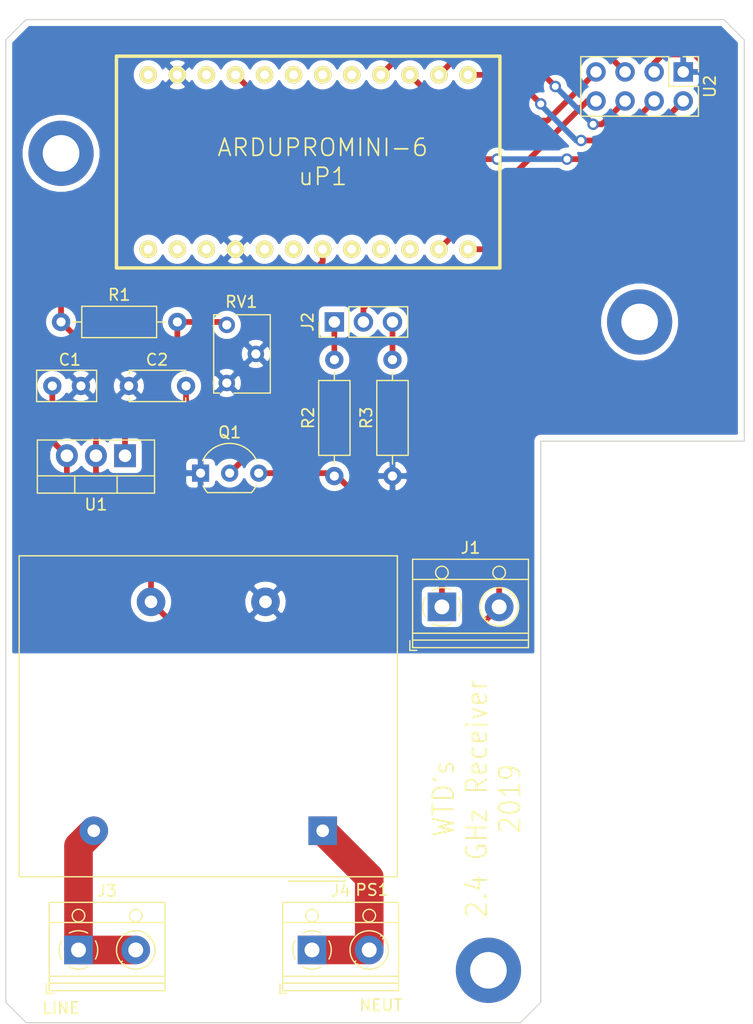
<source format=kicad_pcb>
(kicad_pcb (version 20171130) (host pcbnew "(5.1.2)-2")

  (general
    (thickness 1.6)
    (drawings 13)
    (tracks 99)
    (zones 0)
    (modules 18)
    (nets 17)
  )

  (page A4)
  (layers
    (0 F.Cu signal)
    (31 B.Cu signal)
    (32 B.Adhes user)
    (33 F.Adhes user)
    (34 B.Paste user)
    (35 F.Paste user)
    (36 B.SilkS user)
    (37 F.SilkS user)
    (38 B.Mask user)
    (39 F.Mask user)
    (40 Dwgs.User user)
    (41 Cmts.User user)
    (42 Eco1.User user)
    (43 Eco2.User user)
    (44 Edge.Cuts user)
    (45 Margin user)
    (46 B.CrtYd user)
    (47 F.CrtYd user)
    (48 B.Fab user)
    (49 F.Fab user)
  )

  (setup
    (last_trace_width 0.5)
    (trace_clearance 0.2)
    (zone_clearance 0.508)
    (zone_45_only no)
    (trace_min 0.2)
    (via_size 1)
    (via_drill 0.6)
    (via_min_size 0.4)
    (via_min_drill 0.3)
    (uvia_size 0.3)
    (uvia_drill 0.1)
    (uvias_allowed no)
    (uvia_min_size 0.2)
    (uvia_min_drill 0.1)
    (edge_width 0.1)
    (segment_width 0.2)
    (pcb_text_width 0.3)
    (pcb_text_size 1.5 1.5)
    (mod_edge_width 0.15)
    (mod_text_size 1 1)
    (mod_text_width 0.15)
    (pad_size 1.5 1.5)
    (pad_drill 0.6)
    (pad_to_mask_clearance 0)
    (solder_mask_min_width 0.25)
    (aux_axis_origin 26.67 177.546)
    (visible_elements 7FFFFFFF)
    (pcbplotparams
      (layerselection 0x010f0_ffffffff)
      (usegerberextensions false)
      (usegerberattributes true)
      (usegerberadvancedattributes false)
      (creategerberjobfile false)
      (excludeedgelayer false)
      (linewidth 0.150000)
      (plotframeref false)
      (viasonmask false)
      (mode 1)
      (useauxorigin true)
      (hpglpennumber 1)
      (hpglpenspeed 20)
      (hpglpendiameter 15.000000)
      (psnegative false)
      (psa4output false)
      (plotreference true)
      (plotvalue true)
      (plotinvisibletext false)
      (padsonsilk false)
      (subtractmaskfromsilk false)
      (outputformat 1)
      (mirror false)
      (drillshape 0)
      (scaleselection 1)
      (outputdirectory "plots/"))
  )

  (net 0 "")
  (net 1 +12V)
  (net 2 GND)
  (net 3 +3V3)
  (net 4 LED_REL)
  (net 5 "Net-(J2-Pad1)")
  (net 6 "Net-(J2-Pad3)")
  (net 7 REL)
  (net 8 "Net-(R1-Pad2)")
  (net 9 CE)
  (net 10 CSN)
  (net 11 SCK)
  (net 12 MOSI)
  (net 13 MISO)
  (net 14 IRQ)
  (net 15 LINE)
  (net 16 NEUT)

  (net_class Default "This is the default net class."
    (clearance 0.2)
    (trace_width 0.5)
    (via_dia 1)
    (via_drill 0.6)
    (uvia_dia 0.3)
    (uvia_drill 0.1)
    (add_net +12V)
    (add_net +3V3)
    (add_net CE)
    (add_net CSN)
    (add_net GND)
    (add_net IRQ)
    (add_net LED_REL)
    (add_net MISO)
    (add_net MOSI)
    (add_net "Net-(J2-Pad1)")
    (add_net "Net-(J2-Pad3)")
    (add_net "Net-(R1-Pad2)")
    (add_net REL)
    (add_net SCK)
  )

  (net_class AC_Lines ""
    (clearance 5)
    (trace_width 2.5)
    (via_dia 0.8)
    (via_drill 0.4)
    (uvia_dia 0.3)
    (uvia_drill 0.1)
    (add_net LINE)
    (add_net NEUT)
  )

  (module MountingHole:MountingHole_3.2mm_M3_ISO7380_Pad (layer F.Cu) (tedit 56D1B4CB) (tstamp 5D10E3A5)
    (at 82.042 116.332)
    (descr "Mounting Hole 3.2mm, M3, ISO7380")
    (tags "mounting hole 3.2mm m3 iso7380")
    (attr virtual)
    (fp_text reference " " (at 0 -3.85) (layer F.SilkS)
      (effects (font (size 1 1) (thickness 0.15)))
    )
    (fp_text value " " (at 0 3.85) (layer F.Fab)
      (effects (font (size 1 1) (thickness 0.15)))
    )
    (fp_circle (center 0 0) (end 3.1 0) (layer F.CrtYd) (width 0.05))
    (fp_circle (center 0 0) (end 2.85 0) (layer Cmts.User) (width 0.15))
    (fp_text user %R (at 0.3 0) (layer F.Fab)
      (effects (font (size 1 1) (thickness 0.15)))
    )
    (pad 1 thru_hole circle (at 0 0) (size 5.7 5.7) (drill 3.2) (layers *.Cu *.Mask))
  )

  (module MountingHole:MountingHole_3.2mm_M3_ISO7380_Pad (layer F.Cu) (tedit 56D1B4CB) (tstamp 5D10E388)
    (at 68.834 172.974)
    (descr "Mounting Hole 3.2mm, M3, ISO7380")
    (tags "mounting hole 3.2mm m3 iso7380")
    (attr virtual)
    (fp_text reference " " (at 0 -3.85) (layer F.SilkS)
      (effects (font (size 1 1) (thickness 0.15)))
    )
    (fp_text value " " (at 0 3.85) (layer F.Fab)
      (effects (font (size 1 1) (thickness 0.15)))
    )
    (fp_circle (center 0 0) (end 3.1 0) (layer F.CrtYd) (width 0.05))
    (fp_circle (center 0 0) (end 2.85 0) (layer Cmts.User) (width 0.15))
    (fp_text user %R (at 0.3 0) (layer F.Fab)
      (effects (font (size 1 1) (thickness 0.15)))
    )
    (pad 1 thru_hole circle (at 0 0) (size 5.7 5.7) (drill 3.2) (layers *.Cu *.Mask))
  )

  (module MountingHole:MountingHole_3.2mm_M3_ISO7380_Pad (layer F.Cu) (tedit 56D1B4CB) (tstamp 5D10E36B)
    (at 31.496 101.6)
    (descr "Mounting Hole 3.2mm, M3, ISO7380")
    (tags "mounting hole 3.2mm m3 iso7380")
    (attr virtual)
    (fp_text reference " " (at 0 -3.85) (layer F.SilkS)
      (effects (font (size 1 1) (thickness 0.15)))
    )
    (fp_text value " " (at 0 3.85) (layer F.Fab)
      (effects (font (size 1 1) (thickness 0.15)))
    )
    (fp_circle (center 0 0) (end 3.1 0) (layer F.CrtYd) (width 0.05))
    (fp_circle (center 0 0) (end 2.85 0) (layer Cmts.User) (width 0.15))
    (fp_text user %R (at 0.3 0) (layer F.Fab)
      (effects (font (size 1 1) (thickness 0.15)))
    )
    (pad 1 thru_hole circle (at 0 0) (size 5.7 5.7) (drill 3.2) (layers *.Cu *.Mask))
  )

  (module TerminalBlock_RND:TerminalBlock_RND_205-00012_1x02_P5.00mm_Horizontal (layer F.Cu) (tedit 5B294F52) (tstamp 5D10880F)
    (at 53.42 171.196)
    (descr "terminal block RND 205-00012, 2 pins, pitch 5mm, size 10x7.6mm^2, drill diamater 1.3mm, pad diameter 2.5mm, see http://cdn-reichelt.de/documents/datenblatt/C151/RND_205-00012_DB_EN.pdf, script-generated using https://github.com/pointhi/kicad-footprint-generator/scripts/TerminalBlock_RND")
    (tags "THT terminal block RND 205-00012 pitch 5mm size 10x7.6mm^2 drill 1.3mm pad 2.5mm")
    (path /5D012D8B/5D14C818)
    (fp_text reference J4 (at 2.5 -5.16) (layer F.SilkS)
      (effects (font (size 1 1) (thickness 0.15)))
    )
    (fp_text value AC_N (at 2.5 4.56) (layer F.Fab)
      (effects (font (size 1 1) (thickness 0.15)))
    )
    (fp_text user %R (at 2.5 -5.16) (layer F.Fab)
      (effects (font (size 1 1) (thickness 0.15)))
    )
    (fp_line (start 8 -4.6) (end -3 -4.6) (layer F.CrtYd) (width 0.05))
    (fp_line (start 8 4) (end 8 -4.6) (layer F.CrtYd) (width 0.05))
    (fp_line (start -3 4) (end 8 4) (layer F.CrtYd) (width 0.05))
    (fp_line (start -3 -4.6) (end -3 4) (layer F.CrtYd) (width 0.05))
    (fp_line (start -2.8 3.8) (end -2.2 3.8) (layer F.SilkS) (width 0.12))
    (fp_line (start -2.8 2.96) (end -2.8 3.8) (layer F.SilkS) (width 0.12))
    (fp_line (start 3.82 0.976) (end 3.726 1.069) (layer F.SilkS) (width 0.12))
    (fp_line (start 6.07 -1.275) (end 6.011 -1.216) (layer F.SilkS) (width 0.12))
    (fp_line (start 3.99 1.216) (end 3.931 1.274) (layer F.SilkS) (width 0.12))
    (fp_line (start 6.275 -1.069) (end 6.181 -0.976) (layer F.SilkS) (width 0.12))
    (fp_line (start 5.955 -1.138) (end 3.863 0.955) (layer F.Fab) (width 0.1))
    (fp_line (start 6.138 -0.955) (end 4.046 1.138) (layer F.Fab) (width 0.1))
    (fp_line (start 0.955 -1.138) (end -1.138 0.955) (layer F.Fab) (width 0.1))
    (fp_line (start 1.138 -0.955) (end -0.955 1.138) (layer F.Fab) (width 0.1))
    (fp_line (start 7.56 -4.16) (end 7.56 3.561) (layer F.SilkS) (width 0.12))
    (fp_line (start -2.56 -4.16) (end -2.56 3.561) (layer F.SilkS) (width 0.12))
    (fp_line (start -2.56 3.561) (end 7.56 3.561) (layer F.SilkS) (width 0.12))
    (fp_line (start -2.56 -4.16) (end 7.56 -4.16) (layer F.SilkS) (width 0.12))
    (fp_line (start -2.56 -2.4) (end 7.56 -2.4) (layer F.SilkS) (width 0.12))
    (fp_line (start -2.5 -2.4) (end 7.5 -2.4) (layer F.Fab) (width 0.1))
    (fp_line (start -2.56 2.3) (end 7.56 2.3) (layer F.SilkS) (width 0.12))
    (fp_line (start -2.5 2.3) (end 7.5 2.3) (layer F.Fab) (width 0.1))
    (fp_line (start -2.56 2.9) (end 7.56 2.9) (layer F.SilkS) (width 0.12))
    (fp_line (start -2.5 2.9) (end 7.5 2.9) (layer F.Fab) (width 0.1))
    (fp_line (start -2.5 2.9) (end -2.5 -4.1) (layer F.Fab) (width 0.1))
    (fp_line (start -1.9 3.5) (end -2.5 2.9) (layer F.Fab) (width 0.1))
    (fp_line (start 7.5 3.5) (end -1.9 3.5) (layer F.Fab) (width 0.1))
    (fp_line (start 7.5 -4.1) (end 7.5 3.5) (layer F.Fab) (width 0.1))
    (fp_line (start -2.5 -4.1) (end 7.5 -4.1) (layer F.Fab) (width 0.1))
    (fp_circle (center 5 -3) (end 5.55 -3) (layer F.SilkS) (width 0.12))
    (fp_circle (center 5 -3) (end 5.55 -3) (layer F.Fab) (width 0.1))
    (fp_circle (center 5 0) (end 6.68 0) (layer F.SilkS) (width 0.12))
    (fp_circle (center 5 0) (end 6.5 0) (layer F.Fab) (width 0.1))
    (fp_circle (center 0 -3) (end 0.55 -3) (layer F.SilkS) (width 0.12))
    (fp_circle (center 0 -3) (end 0.55 -3) (layer F.Fab) (width 0.1))
    (fp_circle (center 0 0) (end 1.5 0) (layer F.Fab) (width 0.1))
    (fp_arc (start 0 0) (end -0.789 1.484) (angle -29) (layer F.SilkS) (width 0.12))
    (fp_arc (start 0 0) (end -1.484 -0.789) (angle -56) (layer F.SilkS) (width 0.12))
    (fp_arc (start 0 0) (end 0.789 -1.484) (angle -56) (layer F.SilkS) (width 0.12))
    (fp_arc (start 0 0) (end 1.484 0.789) (angle -56) (layer F.SilkS) (width 0.12))
    (fp_arc (start 0 0) (end 0 1.68) (angle -28) (layer F.SilkS) (width 0.12))
    (pad 2 thru_hole circle (at 5 0) (size 2.5 2.5) (drill 1.3) (layers *.Cu *.Mask)
      (net 16 NEUT))
    (pad 1 thru_hole rect (at 0 0) (size 2.5 2.5) (drill 1.3) (layers *.Cu *.Mask)
      (net 16 NEUT))
    (model ${KISYS3DMOD}/TerminalBlock_RND.3dshapes/TerminalBlock_RND_205-00012_1x02_P5.00mm_Horizontal.wrl
      (at (xyz 0 0 0))
      (scale (xyz 1 1 1))
      (rotate (xyz 0 0 0))
    )
  )

  (module arduinoProMini:ArduProMini-CUSTOM (layer F.Cu) (tedit 5D04ED1F) (tstamp 5D16EDA1)
    (at 53.086 102.362 90)
    (path /5D012D8B/5D04E5E8)
    (fp_text reference uP1 (at -1.27 1.27) (layer F.SilkS)
      (effects (font (size 1.5 1.5) (thickness 0.15)))
    )
    (fp_text value ARDUPROMINI-6 (at 1.27 1.27) (layer F.SilkS)
      (effects (font (size 1.5 1.5) (thickness 0.15)))
    )
    (fp_line (start -9.25 -16.75) (end -9.25 16.75) (layer F.SilkS) (width 0.3))
    (fp_line (start -9.25 16.75) (end 9.25 16.75) (layer F.SilkS) (width 0.3))
    (fp_line (start 9.25 16.75) (end 9.25 -16.75) (layer F.SilkS) (width 0.3))
    (fp_line (start -9.25 -16.75) (end 9.25 -16.75) (layer F.SilkS) (width 0.3))
    (pad 30 thru_hole circle (at 7.62 13.97 90) (size 1.524 1.524) (drill 0.762) (layers *.Cu *.Mask F.SilkS)
      (net 10 CSN))
    (pad 29 thru_hole circle (at 7.62 11.43 90) (size 1.524 1.524) (drill 0.762) (layers *.Cu *.Mask F.SilkS)
      (net 12 MOSI))
    (pad 28 thru_hole circle (at 7.62 8.89 90) (size 1.524 1.524) (drill 0.762) (layers *.Cu *.Mask F.SilkS)
      (net 13 MISO))
    (pad 27 thru_hole circle (at 7.62 6.35 90) (size 1.524 1.524) (drill 0.762) (layers *.Cu *.Mask F.SilkS)
      (net 11 SCK))
    (pad 26 thru_hole circle (at 7.62 3.81 90) (size 1.524 1.524) (drill 0.762) (layers *.Cu *.Mask F.SilkS))
    (pad 25 thru_hole circle (at 7.62 1.27 90) (size 1.524 1.524) (drill 0.762) (layers *.Cu *.Mask F.SilkS))
    (pad 24 thru_hole circle (at 7.62 -1.27 90) (size 1.524 1.524) (drill 0.762) (layers *.Cu *.Mask F.SilkS))
    (pad 23 thru_hole circle (at 7.62 -3.81 90) (size 1.524 1.524) (drill 0.762) (layers *.Cu *.Mask F.SilkS))
    (pad 22 thru_hole circle (at 7.62 -6.35 90) (size 1.524 1.524) (drill 0.762) (layers *.Cu *.Mask F.SilkS)
      (net 3 +3V3))
    (pad 21 thru_hole circle (at 7.62 -8.89 90) (size 1.524 1.524) (drill 0.762) (layers *.Cu *.Mask F.SilkS))
    (pad 20 thru_hole circle (at 7.62 -11.43 90) (size 1.524 1.524) (drill 0.762) (layers *.Cu *.Mask F.SilkS)
      (net 2 GND))
    (pad 19 thru_hole circle (at 7.62 -13.97 90) (size 1.524 1.524) (drill 0.762) (layers *.Cu *.Mask F.SilkS))
    (pad 18 thru_hole circle (at -7.62 13.97 90) (size 1.524 1.524) (drill 0.762) (layers *.Cu *.Mask F.SilkS)
      (net 9 CE))
    (pad 17 thru_hole circle (at -7.62 11.43 90) (size 1.524 1.524) (drill 0.762) (layers *.Cu *.Mask F.SilkS)
      (net 14 IRQ))
    (pad 16 thru_hole circle (at -7.62 8.89 90) (size 1.524 1.524) (drill 0.762) (layers *.Cu *.Mask F.SilkS))
    (pad 15 thru_hole circle (at -7.62 6.35 90) (size 1.524 1.524) (drill 0.762) (layers *.Cu *.Mask F.SilkS))
    (pad 14 thru_hole circle (at -7.62 3.81 90) (size 1.524 1.524) (drill 0.762) (layers *.Cu *.Mask F.SilkS))
    (pad 13 thru_hole circle (at -7.62 1.27 90) (size 1.524 1.524) (drill 0.762) (layers *.Cu *.Mask F.SilkS)
      (net 7 REL))
    (pad 12 thru_hole circle (at -7.62 -1.27 90) (size 1.524 1.524) (drill 0.762) (layers *.Cu *.Mask F.SilkS))
    (pad 11 thru_hole circle (at -7.62 -3.81 90) (size 1.524 1.524) (drill 0.762) (layers *.Cu *.Mask F.SilkS))
    (pad 10 thru_hole circle (at -7.62 -6.35 90) (size 1.524 1.524) (drill 0.762) (layers *.Cu *.Mask F.SilkS)
      (net 2 GND))
    (pad 9 thru_hole circle (at -7.62 -8.89 90) (size 1.524 1.524) (drill 0.762) (layers *.Cu *.Mask F.SilkS))
    (pad 8 thru_hole circle (at -7.62 -11.43 90) (size 1.524 1.524) (drill 0.762) (layers *.Cu *.Mask F.SilkS))
    (pad 7 thru_hole circle (at -7.62 -13.97 90) (size 1.524 1.524) (drill 0.762) (layers *.Cu *.Mask F.SilkS))
  )

  (module wemos-d1-mini:PinHeader_2x04_P2.54mm_Vertical (layer F.Cu) (tedit 5D0E1EE8) (tstamp 5D26757B)
    (at 85.852 94.488 270)
    (descr "Through hole straight pin header, 2x04, 2.54mm pitch, double rows")
    (tags "Through hole pin header THT 2x04 2.54mm double row")
    (path /5D012D8B/5D04E9B4)
    (fp_text reference U2 (at 1.27 -2.33 270) (layer F.SilkS)
      (effects (font (size 1 1) (thickness 0.15)))
    )
    (fp_text value NRF24L01_Breakout (at 1.27 9.95 270) (layer F.Fab)
      (effects (font (size 1 1) (thickness 0.15)))
    )
    (fp_line (start 0 -1.27) (end 3.81 -1.27) (layer F.Fab) (width 0.1))
    (fp_line (start 3.81 -1.27) (end 3.81 8.89) (layer F.Fab) (width 0.1))
    (fp_line (start 3.81 8.89) (end -1.27 8.89) (layer F.Fab) (width 0.1))
    (fp_line (start -1.27 8.89) (end -1.27 0) (layer F.Fab) (width 0.1))
    (fp_line (start -1.27 0) (end 0 -1.27) (layer F.Fab) (width 0.1))
    (fp_line (start -1.33 8.95) (end 3.87 8.95) (layer F.SilkS) (width 0.12))
    (fp_line (start -1.33 1.27) (end -1.33 8.95) (layer F.SilkS) (width 0.12))
    (fp_line (start 3.87 -1.33) (end 3.87 8.95) (layer F.SilkS) (width 0.12))
    (fp_line (start -1.33 1.27) (end 1.27 1.27) (layer F.SilkS) (width 0.12))
    (fp_line (start 1.27 1.27) (end 1.27 -1.33) (layer F.SilkS) (width 0.12))
    (fp_line (start 1.27 -1.33) (end 3.87 -1.33) (layer F.SilkS) (width 0.12))
    (fp_line (start -1.33 0) (end -1.33 -1.33) (layer F.SilkS) (width 0.12))
    (fp_line (start -1.33 -1.33) (end 0 -1.33) (layer F.SilkS) (width 0.12))
    (fp_line (start -1.8 -1.8) (end -1.8 9.4) (layer F.CrtYd) (width 0.05))
    (fp_line (start -1.8 9.4) (end 4.35 9.4) (layer F.CrtYd) (width 0.05))
    (fp_line (start 4.35 9.4) (end 4.35 -1.8) (layer F.CrtYd) (width 0.05))
    (fp_line (start 4.35 -1.8) (end -1.8 -1.8) (layer F.CrtYd) (width 0.05))
    (fp_text user %R (at 1.27 3.81) (layer F.Fab)
      (effects (font (size 1 1) (thickness 0.15)))
    )
    (fp_line (start -1.45 -5.15) (end 31.95 -5.15) (layer F.Fab) (width 0.3))
    (fp_line (start 31.95 -5.15) (end 31.95 12.85) (layer F.Fab) (width 0.3))
    (fp_line (start 31.95 12.85) (end -1.45 12.85) (layer F.Fab) (width 0.3))
    (fp_line (start -1.45 12.85) (end -1.45 -5.15) (layer F.Fab) (width 0.3))
    (pad 1 thru_hole rect (at 0 0 270) (size 1.7 1.7) (drill 1) (layers *.Cu *.Mask)
      (net 2 GND))
    (pad 2 thru_hole oval (at 2.54 0 270) (size 1.7 1.7) (drill 1) (layers *.Cu *.Mask)
      (net 3 +3V3))
    (pad 3 thru_hole oval (at 0 2.54 270) (size 1.7 1.7) (drill 1) (layers *.Cu *.Mask)
      (net 9 CE))
    (pad 4 thru_hole oval (at 2.54 2.54 270) (size 1.7 1.7) (drill 1) (layers *.Cu *.Mask)
      (net 10 CSN))
    (pad 5 thru_hole oval (at 0 5.08 270) (size 1.7 1.7) (drill 1) (layers *.Cu *.Mask)
      (net 11 SCK))
    (pad 6 thru_hole oval (at 2.54 5.08 270) (size 1.7 1.7) (drill 1) (layers *.Cu *.Mask)
      (net 12 MOSI))
    (pad 7 thru_hole oval (at 0 7.62 270) (size 1.7 1.7) (drill 1) (layers *.Cu *.Mask)
      (net 13 MISO))
    (pad 8 thru_hole oval (at 2.54 7.62 270) (size 1.7 1.7) (drill 1) (layers *.Cu *.Mask)
      (net 14 IRQ))
    (model ${KISYS3DMOD}/Connector_PinHeader_2.54mm.3dshapes/PinHeader_2x04_P2.54mm_Vertical.wrl
      (at (xyz 0 0 0))
      (scale (xyz 1 1 1))
      (rotate (xyz 0 0 0))
    )
  )

  (module Capacitor_THT:C_Disc_D4.7mm_W2.5mm_P5.00mm (layer F.Cu) (tedit 5AE50EF0) (tstamp 5D267FC2)
    (at 42.418 121.92 180)
    (descr "C, Disc series, Radial, pin pitch=5.00mm, , diameter*width=4.7*2.5mm^2, Capacitor, http://www.vishay.com/docs/45233/krseries.pdf")
    (tags "C Disc series Radial pin pitch 5.00mm  diameter 4.7mm width 2.5mm Capacitor")
    (path /5D012D8B/5D07D4BA)
    (fp_text reference C2 (at 2.54 2.286 180) (layer F.SilkS)
      (effects (font (size 1 1) (thickness 0.15)))
    )
    (fp_text value 1uF (at 2.5 2.5 180) (layer F.Fab)
      (effects (font (size 1 1) (thickness 0.15)))
    )
    (fp_line (start 0.15 -1.25) (end 0.15 1.25) (layer F.Fab) (width 0.1))
    (fp_line (start 0.15 1.25) (end 4.85 1.25) (layer F.Fab) (width 0.1))
    (fp_line (start 4.85 1.25) (end 4.85 -1.25) (layer F.Fab) (width 0.1))
    (fp_line (start 4.85 -1.25) (end 0.15 -1.25) (layer F.Fab) (width 0.1))
    (fp_line (start 0.03 -1.37) (end 4.97 -1.37) (layer F.SilkS) (width 0.12))
    (fp_line (start 0.03 1.37) (end 4.97 1.37) (layer F.SilkS) (width 0.12))
    (fp_line (start 0.03 -1.37) (end 0.03 -1.055) (layer F.SilkS) (width 0.12))
    (fp_line (start 0.03 1.055) (end 0.03 1.37) (layer F.SilkS) (width 0.12))
    (fp_line (start 4.97 -1.37) (end 4.97 -1.055) (layer F.SilkS) (width 0.12))
    (fp_line (start 4.97 1.055) (end 4.97 1.37) (layer F.SilkS) (width 0.12))
    (fp_line (start -1.05 -1.5) (end -1.05 1.5) (layer F.CrtYd) (width 0.05))
    (fp_line (start -1.05 1.5) (end 6.05 1.5) (layer F.CrtYd) (width 0.05))
    (fp_line (start 6.05 1.5) (end 6.05 -1.5) (layer F.CrtYd) (width 0.05))
    (fp_line (start 6.05 -1.5) (end -1.05 -1.5) (layer F.CrtYd) (width 0.05))
    (fp_text user %R (at 2.5 0) (layer F.Fab)
      (effects (font (size 0.94 0.94) (thickness 0.141)))
    )
    (pad 1 thru_hole circle (at 0 0 180) (size 1.6 1.6) (drill 0.8) (layers *.Cu *.Mask)
      (net 3 +3V3))
    (pad 2 thru_hole circle (at 5 0 180) (size 1.6 1.6) (drill 0.8) (layers *.Cu *.Mask)
      (net 2 GND))
    (model ${KISYS3DMOD}/Capacitor_THT.3dshapes/C_Disc_D4.7mm_W2.5mm_P5.00mm.wrl
      (at (xyz 0 0 0))
      (scale (xyz 1 1 1))
      (rotate (xyz 0 0 0))
    )
  )

  (module TerminalBlock_RND:TerminalBlock_RND_205-00012_1x02_P5.00mm_Horizontal (layer F.Cu) (tedit 5B294F52) (tstamp 5D16EC8D)
    (at 64.77 141.224)
    (descr "terminal block RND 205-00012, 2 pins, pitch 5mm, size 10x7.6mm^2, drill diamater 1.3mm, pad diameter 2.5mm, see http://cdn-reichelt.de/documents/datenblatt/C151/RND_205-00012_DB_EN.pdf, script-generated using https://github.com/pointhi/kicad-footprint-generator/scripts/TerminalBlock_RND")
    (tags "THT terminal block RND 205-00012 pitch 5mm size 10x7.6mm^2 drill 1.3mm pad 2.5mm")
    (path /5D012D8B/5D062DCB)
    (fp_text reference J1 (at 2.5 -5.16) (layer F.SilkS)
      (effects (font (size 1 1) (thickness 0.15)))
    )
    (fp_text value SSR_OUT (at 2.5 4.56) (layer F.Fab)
      (effects (font (size 1 1) (thickness 0.15)))
    )
    (fp_arc (start 0 0) (end 0 1.68) (angle -28) (layer F.SilkS) (width 0.12))
    (fp_arc (start 0 0) (end 1.484 0.789) (angle -56) (layer F.SilkS) (width 0.12))
    (fp_arc (start 0 0) (end 0.789 -1.484) (angle -56) (layer F.SilkS) (width 0.12))
    (fp_arc (start 0 0) (end -1.484 -0.789) (angle -56) (layer F.SilkS) (width 0.12))
    (fp_arc (start 0 0) (end -0.789 1.484) (angle -29) (layer F.SilkS) (width 0.12))
    (fp_circle (center 0 0) (end 1.5 0) (layer F.Fab) (width 0.1))
    (fp_circle (center 0 -3) (end 0.55 -3) (layer F.Fab) (width 0.1))
    (fp_circle (center 0 -3) (end 0.55 -3) (layer F.SilkS) (width 0.12))
    (fp_circle (center 5 0) (end 6.5 0) (layer F.Fab) (width 0.1))
    (fp_circle (center 5 0) (end 6.68 0) (layer F.SilkS) (width 0.12))
    (fp_circle (center 5 -3) (end 5.55 -3) (layer F.Fab) (width 0.1))
    (fp_circle (center 5 -3) (end 5.55 -3) (layer F.SilkS) (width 0.12))
    (fp_line (start -2.5 -4.1) (end 7.5 -4.1) (layer F.Fab) (width 0.1))
    (fp_line (start 7.5 -4.1) (end 7.5 3.5) (layer F.Fab) (width 0.1))
    (fp_line (start 7.5 3.5) (end -1.9 3.5) (layer F.Fab) (width 0.1))
    (fp_line (start -1.9 3.5) (end -2.5 2.9) (layer F.Fab) (width 0.1))
    (fp_line (start -2.5 2.9) (end -2.5 -4.1) (layer F.Fab) (width 0.1))
    (fp_line (start -2.5 2.9) (end 7.5 2.9) (layer F.Fab) (width 0.1))
    (fp_line (start -2.56 2.9) (end 7.56 2.9) (layer F.SilkS) (width 0.12))
    (fp_line (start -2.5 2.3) (end 7.5 2.3) (layer F.Fab) (width 0.1))
    (fp_line (start -2.56 2.3) (end 7.56 2.3) (layer F.SilkS) (width 0.12))
    (fp_line (start -2.5 -2.4) (end 7.5 -2.4) (layer F.Fab) (width 0.1))
    (fp_line (start -2.56 -2.4) (end 7.56 -2.4) (layer F.SilkS) (width 0.12))
    (fp_line (start -2.56 -4.16) (end 7.56 -4.16) (layer F.SilkS) (width 0.12))
    (fp_line (start -2.56 3.561) (end 7.56 3.561) (layer F.SilkS) (width 0.12))
    (fp_line (start -2.56 -4.16) (end -2.56 3.561) (layer F.SilkS) (width 0.12))
    (fp_line (start 7.56 -4.16) (end 7.56 3.561) (layer F.SilkS) (width 0.12))
    (fp_line (start 1.138 -0.955) (end -0.955 1.138) (layer F.Fab) (width 0.1))
    (fp_line (start 0.955 -1.138) (end -1.138 0.955) (layer F.Fab) (width 0.1))
    (fp_line (start 6.138 -0.955) (end 4.046 1.138) (layer F.Fab) (width 0.1))
    (fp_line (start 5.955 -1.138) (end 3.863 0.955) (layer F.Fab) (width 0.1))
    (fp_line (start 6.275 -1.069) (end 6.181 -0.976) (layer F.SilkS) (width 0.12))
    (fp_line (start 3.99 1.216) (end 3.931 1.274) (layer F.SilkS) (width 0.12))
    (fp_line (start 6.07 -1.275) (end 6.011 -1.216) (layer F.SilkS) (width 0.12))
    (fp_line (start 3.82 0.976) (end 3.726 1.069) (layer F.SilkS) (width 0.12))
    (fp_line (start -2.8 2.96) (end -2.8 3.8) (layer F.SilkS) (width 0.12))
    (fp_line (start -2.8 3.8) (end -2.2 3.8) (layer F.SilkS) (width 0.12))
    (fp_line (start -3 -4.6) (end -3 4) (layer F.CrtYd) (width 0.05))
    (fp_line (start -3 4) (end 8 4) (layer F.CrtYd) (width 0.05))
    (fp_line (start 8 4) (end 8 -4.6) (layer F.CrtYd) (width 0.05))
    (fp_line (start 8 -4.6) (end -3 -4.6) (layer F.CrtYd) (width 0.05))
    (fp_text user %R (at 2.5 -5.16) (layer F.Fab)
      (effects (font (size 1 1) (thickness 0.15)))
    )
    (pad 1 thru_hole rect (at 0 0) (size 2.5 2.5) (drill 1.3) (layers *.Cu *.Mask)
      (net 4 LED_REL))
    (pad 2 thru_hole circle (at 5 0) (size 2.5 2.5) (drill 1.3) (layers *.Cu *.Mask)
      (net 1 +12V))
    (model ${KISYS3DMOD}/TerminalBlock_RND.3dshapes/TerminalBlock_RND_205-00012_1x02_P5.00mm_Horizontal.wrl
      (at (xyz 0 0 0))
      (scale (xyz 1 1 1))
      (rotate (xyz 0 0 0))
    )
  )

  (module Connector_PinHeader_2.54mm:PinHeader_1x03_P2.54mm_Vertical (layer F.Cu) (tedit 59FED5CC) (tstamp 5D16ECA4)
    (at 55.372 116.332 90)
    (descr "Through hole straight pin header, 1x03, 2.54mm pitch, single row")
    (tags "Through hole pin header THT 1x03 2.54mm single row")
    (path /5D012D8B/5D0A9405)
    (fp_text reference J2 (at 0 -2.33 90) (layer F.SilkS)
      (effects (font (size 1 1) (thickness 0.15)))
    )
    (fp_text value LED (at 0 7.41 90) (layer F.Fab)
      (effects (font (size 1 1) (thickness 0.15)))
    )
    (fp_line (start -0.635 -1.27) (end 1.27 -1.27) (layer F.Fab) (width 0.1))
    (fp_line (start 1.27 -1.27) (end 1.27 6.35) (layer F.Fab) (width 0.1))
    (fp_line (start 1.27 6.35) (end -1.27 6.35) (layer F.Fab) (width 0.1))
    (fp_line (start -1.27 6.35) (end -1.27 -0.635) (layer F.Fab) (width 0.1))
    (fp_line (start -1.27 -0.635) (end -0.635 -1.27) (layer F.Fab) (width 0.1))
    (fp_line (start -1.33 6.41) (end 1.33 6.41) (layer F.SilkS) (width 0.12))
    (fp_line (start -1.33 1.27) (end -1.33 6.41) (layer F.SilkS) (width 0.12))
    (fp_line (start 1.33 1.27) (end 1.33 6.41) (layer F.SilkS) (width 0.12))
    (fp_line (start -1.33 1.27) (end 1.33 1.27) (layer F.SilkS) (width 0.12))
    (fp_line (start -1.33 0) (end -1.33 -1.33) (layer F.SilkS) (width 0.12))
    (fp_line (start -1.33 -1.33) (end 0 -1.33) (layer F.SilkS) (width 0.12))
    (fp_line (start -1.8 -1.8) (end -1.8 6.85) (layer F.CrtYd) (width 0.05))
    (fp_line (start -1.8 6.85) (end 1.8 6.85) (layer F.CrtYd) (width 0.05))
    (fp_line (start 1.8 6.85) (end 1.8 -1.8) (layer F.CrtYd) (width 0.05))
    (fp_line (start 1.8 -1.8) (end -1.8 -1.8) (layer F.CrtYd) (width 0.05))
    (fp_text user %R (at 0 2.54 180) (layer F.Fab)
      (effects (font (size 1 1) (thickness 0.15)))
    )
    (pad 1 thru_hole rect (at 0 0 90) (size 1.7 1.7) (drill 1) (layers *.Cu *.Mask)
      (net 5 "Net-(J2-Pad1)"))
    (pad 2 thru_hole oval (at 0 2.54 90) (size 1.7 1.7) (drill 1) (layers *.Cu *.Mask)
      (net 1 +12V))
    (pad 3 thru_hole oval (at 0 5.08 90) (size 1.7 1.7) (drill 1) (layers *.Cu *.Mask)
      (net 6 "Net-(J2-Pad3)"))
    (model ${KISYS3DMOD}/Connector_PinHeader_2.54mm.3dshapes/PinHeader_1x03_P2.54mm_Vertical.wrl
      (at (xyz 0 0 0))
      (scale (xyz 1 1 1))
      (rotate (xyz 0 0 0))
    )
  )

  (module TerminalBlock_RND:TerminalBlock_RND_205-00012_1x02_P5.00mm_Horizontal (layer F.Cu) (tedit 5B294F52) (tstamp 5D1BFACF)
    (at 33.02 171.196)
    (descr "terminal block RND 205-00012, 2 pins, pitch 5mm, size 10x7.6mm^2, drill diamater 1.3mm, pad diameter 2.5mm, see http://cdn-reichelt.de/documents/datenblatt/C151/RND_205-00012_DB_EN.pdf, script-generated using https://github.com/pointhi/kicad-footprint-generator/scripts/TerminalBlock_RND")
    (tags "THT terminal block RND 205-00012 pitch 5mm size 10x7.6mm^2 drill 1.3mm pad 2.5mm")
    (path /5D012D8B/5D069B15)
    (fp_text reference J3 (at 2.5 -5.16) (layer F.SilkS)
      (effects (font (size 1 1) (thickness 0.15)))
    )
    (fp_text value AC_L (at 2.5 4.56) (layer F.Fab)
      (effects (font (size 1 1) (thickness 0.15)))
    )
    (fp_text user %R (at 2.5 -5.16) (layer F.Fab)
      (effects (font (size 1 1) (thickness 0.15)))
    )
    (fp_line (start 8 -4.6) (end -3 -4.6) (layer F.CrtYd) (width 0.05))
    (fp_line (start 8 4) (end 8 -4.6) (layer F.CrtYd) (width 0.05))
    (fp_line (start -3 4) (end 8 4) (layer F.CrtYd) (width 0.05))
    (fp_line (start -3 -4.6) (end -3 4) (layer F.CrtYd) (width 0.05))
    (fp_line (start -2.8 3.8) (end -2.2 3.8) (layer F.SilkS) (width 0.12))
    (fp_line (start -2.8 2.96) (end -2.8 3.8) (layer F.SilkS) (width 0.12))
    (fp_line (start 3.82 0.976) (end 3.726 1.069) (layer F.SilkS) (width 0.12))
    (fp_line (start 6.07 -1.275) (end 6.011 -1.216) (layer F.SilkS) (width 0.12))
    (fp_line (start 3.99 1.216) (end 3.931 1.274) (layer F.SilkS) (width 0.12))
    (fp_line (start 6.275 -1.069) (end 6.181 -0.976) (layer F.SilkS) (width 0.12))
    (fp_line (start 5.955 -1.138) (end 3.863 0.955) (layer F.Fab) (width 0.1))
    (fp_line (start 6.138 -0.955) (end 4.046 1.138) (layer F.Fab) (width 0.1))
    (fp_line (start 0.955 -1.138) (end -1.138 0.955) (layer F.Fab) (width 0.1))
    (fp_line (start 1.138 -0.955) (end -0.955 1.138) (layer F.Fab) (width 0.1))
    (fp_line (start 7.56 -4.16) (end 7.56 3.561) (layer F.SilkS) (width 0.12))
    (fp_line (start -2.56 -4.16) (end -2.56 3.561) (layer F.SilkS) (width 0.12))
    (fp_line (start -2.56 3.561) (end 7.56 3.561) (layer F.SilkS) (width 0.12))
    (fp_line (start -2.56 -4.16) (end 7.56 -4.16) (layer F.SilkS) (width 0.12))
    (fp_line (start -2.56 -2.4) (end 7.56 -2.4) (layer F.SilkS) (width 0.12))
    (fp_line (start -2.5 -2.4) (end 7.5 -2.4) (layer F.Fab) (width 0.1))
    (fp_line (start -2.56 2.3) (end 7.56 2.3) (layer F.SilkS) (width 0.12))
    (fp_line (start -2.5 2.3) (end 7.5 2.3) (layer F.Fab) (width 0.1))
    (fp_line (start -2.56 2.9) (end 7.56 2.9) (layer F.SilkS) (width 0.12))
    (fp_line (start -2.5 2.9) (end 7.5 2.9) (layer F.Fab) (width 0.1))
    (fp_line (start -2.5 2.9) (end -2.5 -4.1) (layer F.Fab) (width 0.1))
    (fp_line (start -1.9 3.5) (end -2.5 2.9) (layer F.Fab) (width 0.1))
    (fp_line (start 7.5 3.5) (end -1.9 3.5) (layer F.Fab) (width 0.1))
    (fp_line (start 7.5 -4.1) (end 7.5 3.5) (layer F.Fab) (width 0.1))
    (fp_line (start -2.5 -4.1) (end 7.5 -4.1) (layer F.Fab) (width 0.1))
    (fp_circle (center 5 -3) (end 5.55 -3) (layer F.SilkS) (width 0.12))
    (fp_circle (center 5 -3) (end 5.55 -3) (layer F.Fab) (width 0.1))
    (fp_circle (center 5 0) (end 6.68 0) (layer F.SilkS) (width 0.12))
    (fp_circle (center 5 0) (end 6.5 0) (layer F.Fab) (width 0.1))
    (fp_circle (center 0 -3) (end 0.55 -3) (layer F.SilkS) (width 0.12))
    (fp_circle (center 0 -3) (end 0.55 -3) (layer F.Fab) (width 0.1))
    (fp_circle (center 0 0) (end 1.5 0) (layer F.Fab) (width 0.1))
    (fp_arc (start 0 0) (end -0.789 1.484) (angle -29) (layer F.SilkS) (width 0.12))
    (fp_arc (start 0 0) (end -1.484 -0.789) (angle -56) (layer F.SilkS) (width 0.12))
    (fp_arc (start 0 0) (end 0.789 -1.484) (angle -56) (layer F.SilkS) (width 0.12))
    (fp_arc (start 0 0) (end 1.484 0.789) (angle -56) (layer F.SilkS) (width 0.12))
    (fp_arc (start 0 0) (end 0 1.68) (angle -28) (layer F.SilkS) (width 0.12))
    (pad 2 thru_hole circle (at 5 0) (size 2.5 2.5) (drill 1.3) (layers *.Cu *.Mask)
      (net 15 LINE))
    (pad 1 thru_hole rect (at 0 0) (size 2.5 2.5) (drill 1.3) (layers *.Cu *.Mask)
      (net 15 LINE))
    (model ${KISYS3DMOD}/TerminalBlock_RND.3dshapes/TerminalBlock_RND_205-00012_1x02_P5.00mm_Horizontal.wrl
      (at (xyz 0 0 0))
      (scale (xyz 1 1 1))
      (rotate (xyz 0 0 0))
    )
  )

  (module Package_TO_SOT_THT:TO-220-3_Vertical (layer F.Cu) (tedit 5AC8BA0D) (tstamp 5D1C002A)
    (at 37.084 128.016 180)
    (descr "TO-220-3, Vertical, RM 2.54mm, see https://www.vishay.com/docs/66542/to-220-1.pdf")
    (tags "TO-220-3 Vertical RM 2.54mm")
    (path /5D012D8B/5D07BF83)
    (fp_text reference U1 (at 2.54 -4.27 180) (layer F.SilkS)
      (effects (font (size 1 1) (thickness 0.15)))
    )
    (fp_text value LM317_3PinPackage (at 2.54 2.5 180) (layer F.Fab)
      (effects (font (size 1 1) (thickness 0.15)))
    )
    (fp_line (start -2.46 -3.15) (end -2.46 1.25) (layer F.Fab) (width 0.1))
    (fp_line (start -2.46 1.25) (end 7.54 1.25) (layer F.Fab) (width 0.1))
    (fp_line (start 7.54 1.25) (end 7.54 -3.15) (layer F.Fab) (width 0.1))
    (fp_line (start 7.54 -3.15) (end -2.46 -3.15) (layer F.Fab) (width 0.1))
    (fp_line (start -2.46 -1.88) (end 7.54 -1.88) (layer F.Fab) (width 0.1))
    (fp_line (start 0.69 -3.15) (end 0.69 -1.88) (layer F.Fab) (width 0.1))
    (fp_line (start 4.39 -3.15) (end 4.39 -1.88) (layer F.Fab) (width 0.1))
    (fp_line (start -2.58 -3.27) (end 7.66 -3.27) (layer F.SilkS) (width 0.12))
    (fp_line (start -2.58 1.371) (end 7.66 1.371) (layer F.SilkS) (width 0.12))
    (fp_line (start -2.58 -3.27) (end -2.58 1.371) (layer F.SilkS) (width 0.12))
    (fp_line (start 7.66 -3.27) (end 7.66 1.371) (layer F.SilkS) (width 0.12))
    (fp_line (start -2.58 -1.76) (end 7.66 -1.76) (layer F.SilkS) (width 0.12))
    (fp_line (start 0.69 -3.27) (end 0.69 -1.76) (layer F.SilkS) (width 0.12))
    (fp_line (start 4.391 -3.27) (end 4.391 -1.76) (layer F.SilkS) (width 0.12))
    (fp_line (start -2.71 -3.4) (end -2.71 1.51) (layer F.CrtYd) (width 0.05))
    (fp_line (start -2.71 1.51) (end 7.79 1.51) (layer F.CrtYd) (width 0.05))
    (fp_line (start 7.79 1.51) (end 7.79 -3.4) (layer F.CrtYd) (width 0.05))
    (fp_line (start 7.79 -3.4) (end -2.71 -3.4) (layer F.CrtYd) (width 0.05))
    (fp_text user %R (at 2.54 -4.27 180) (layer F.Fab)
      (effects (font (size 1 1) (thickness 0.15)))
    )
    (pad 1 thru_hole rect (at 0 0 180) (size 1.905 2) (drill 1.1) (layers *.Cu *.Mask)
      (net 8 "Net-(R1-Pad2)"))
    (pad 2 thru_hole oval (at 2.54 0 180) (size 1.905 2) (drill 1.1) (layers *.Cu *.Mask)
      (net 3 +3V3))
    (pad 3 thru_hole oval (at 5.08 0 180) (size 1.905 2) (drill 1.1) (layers *.Cu *.Mask)
      (net 1 +12V))
    (model ${KISYS3DMOD}/Package_TO_SOT_THT.3dshapes/TO-220-3_Vertical.wrl
      (at (xyz 0 0 0))
      (scale (xyz 1 1 1))
      (rotate (xyz 0 0 0))
    )
  )

  (module Capacitor_THT:C_Disc_D5.0mm_W2.5mm_P2.50mm (layer F.Cu) (tedit 5AE50EF0) (tstamp 5D267C01)
    (at 30.734 121.92)
    (descr "C, Disc series, Radial, pin pitch=2.50mm, , diameter*width=5*2.5mm^2, Capacitor, http://cdn-reichelt.de/documents/datenblatt/B300/DS_KERKO_TC.pdf")
    (tags "C Disc series Radial pin pitch 2.50mm  diameter 5mm width 2.5mm Capacitor")
    (path /5D012D8B/5D07E539)
    (fp_text reference C1 (at 1.524 -2.286) (layer F.SilkS)
      (effects (font (size 1 1) (thickness 0.15)))
    )
    (fp_text value 0.1uF (at 1.25 2.5) (layer F.Fab)
      (effects (font (size 1 1) (thickness 0.15)))
    )
    (fp_line (start -1.25 -1.25) (end -1.25 1.25) (layer F.Fab) (width 0.1))
    (fp_line (start -1.25 1.25) (end 3.75 1.25) (layer F.Fab) (width 0.1))
    (fp_line (start 3.75 1.25) (end 3.75 -1.25) (layer F.Fab) (width 0.1))
    (fp_line (start 3.75 -1.25) (end -1.25 -1.25) (layer F.Fab) (width 0.1))
    (fp_line (start -1.37 -1.37) (end 3.87 -1.37) (layer F.SilkS) (width 0.12))
    (fp_line (start -1.37 1.37) (end 3.87 1.37) (layer F.SilkS) (width 0.12))
    (fp_line (start -1.37 -1.37) (end -1.37 1.37) (layer F.SilkS) (width 0.12))
    (fp_line (start 3.87 -1.37) (end 3.87 1.37) (layer F.SilkS) (width 0.12))
    (fp_line (start -1.5 -1.5) (end -1.5 1.5) (layer F.CrtYd) (width 0.05))
    (fp_line (start -1.5 1.5) (end 4 1.5) (layer F.CrtYd) (width 0.05))
    (fp_line (start 4 1.5) (end 4 -1.5) (layer F.CrtYd) (width 0.05))
    (fp_line (start 4 -1.5) (end -1.5 -1.5) (layer F.CrtYd) (width 0.05))
    (fp_text user %R (at 1.25 0) (layer F.Fab)
      (effects (font (size 1 1) (thickness 0.15)))
    )
    (pad 1 thru_hole circle (at 0 0) (size 1.6 1.6) (drill 0.8) (layers *.Cu *.Mask)
      (net 1 +12V))
    (pad 2 thru_hole circle (at 2.5 0) (size 1.6 1.6) (drill 0.8) (layers *.Cu *.Mask)
      (net 2 GND))
    (model ${KISYS3DMOD}/Capacitor_THT.3dshapes/C_Disc_D5.0mm_W2.5mm_P2.50mm.wrl
      (at (xyz 0 0 0))
      (scale (xyz 1 1 1))
      (rotate (xyz 0 0 0))
    )
  )

  (module Package_TO_SOT_THT:TO-92L_Inline_Wide (layer F.Cu) (tedit 5A11996A) (tstamp 5D198324)
    (at 43.688 129.54)
    (descr "TO-92L leads in-line (large body variant of TO-92), also known as TO-226, wide, drill 0.75mm (see https://www.diodes.com/assets/Package-Files/TO92L.pdf and http://www.ti.com/lit/an/snoa059/snoa059.pdf)")
    (tags "TO-92L Inline Wide transistor")
    (path /5D012D8B/5D06C373)
    (fp_text reference Q1 (at 2.54 -3.56) (layer F.SilkS)
      (effects (font (size 1 1) (thickness 0.15)))
    )
    (fp_text value 2N7000 (at 2.54 2.79) (layer F.Fab)
      (effects (font (size 1 1) (thickness 0.15)))
    )
    (fp_text user %R (at 2.54 -3.56) (layer F.Fab)
      (effects (font (size 1 1) (thickness 0.15)))
    )
    (fp_line (start 0.6 1.7) (end 4.45 1.7) (layer F.SilkS) (width 0.12))
    (fp_line (start 0.65 1.6) (end 4.4 1.6) (layer F.Fab) (width 0.1))
    (fp_line (start -1 -2.75) (end 6.1 -2.75) (layer F.CrtYd) (width 0.05))
    (fp_line (start -1 -2.75) (end -1 1.85) (layer F.CrtYd) (width 0.05))
    (fp_line (start 6.1 1.85) (end 6.1 -2.75) (layer F.CrtYd) (width 0.05))
    (fp_line (start 6.1 1.85) (end -1 1.85) (layer F.CrtYd) (width 0.05))
    (fp_arc (start 2.54 0) (end 0.6 1.7) (angle 15.44288892) (layer F.SilkS) (width 0.12))
    (fp_arc (start 2.54 0) (end 2.54 -2.6) (angle -65) (layer F.SilkS) (width 0.12))
    (fp_arc (start 2.54 0) (end 2.54 -2.6) (angle 65) (layer F.SilkS) (width 0.12))
    (fp_arc (start 2.54 0) (end 2.54 -2.48) (angle 129.9527847) (layer F.Fab) (width 0.1))
    (fp_arc (start 2.54 0) (end 2.54 -2.48) (angle -130.2499344) (layer F.Fab) (width 0.1))
    (fp_arc (start 2.54 0) (end 4.45 1.7) (angle -15.88591585) (layer F.SilkS) (width 0.12))
    (pad 2 thru_hole circle (at 2.54 0 90) (size 1.5 1.5) (drill 0.8) (layers *.Cu *.Mask)
      (net 7 REL))
    (pad 3 thru_hole circle (at 5.08 0 90) (size 1.5 1.5) (drill 0.8) (layers *.Cu *.Mask)
      (net 4 LED_REL))
    (pad 1 thru_hole rect (at 0 0 90) (size 1.5 1.5) (drill 0.8) (layers *.Cu *.Mask)
      (net 2 GND))
    (model ${KISYS3DMOD}/Package_TO_SOT_THT.3dshapes/TO-92L_Inline_Wide.wrl
      (at (xyz 0 0 0))
      (scale (xyz 1 1 1))
      (rotate (xyz 0 0 0))
    )
  )

  (module Resistor_THT:R_Axial_DIN0207_L6.3mm_D2.5mm_P10.16mm_Horizontal (layer F.Cu) (tedit 5AE5139B) (tstamp 5D0E234C)
    (at 31.496 116.332)
    (descr "Resistor, Axial_DIN0207 series, Axial, Horizontal, pin pitch=10.16mm, 0.25W = 1/4W, length*diameter=6.3*2.5mm^2, http://cdn-reichelt.de/documents/datenblatt/B400/1_4W%23YAG.pdf")
    (tags "Resistor Axial_DIN0207 series Axial Horizontal pin pitch 10.16mm 0.25W = 1/4W length 6.3mm diameter 2.5mm")
    (path /5D012D8B/5D07C00C)
    (fp_text reference R1 (at 5.08 -2.37) (layer F.SilkS)
      (effects (font (size 1 1) (thickness 0.15)))
    )
    (fp_text value 240 (at 5.08 2.37) (layer F.Fab)
      (effects (font (size 1 1) (thickness 0.15)))
    )
    (fp_line (start 1.93 -1.25) (end 1.93 1.25) (layer F.Fab) (width 0.1))
    (fp_line (start 1.93 1.25) (end 8.23 1.25) (layer F.Fab) (width 0.1))
    (fp_line (start 8.23 1.25) (end 8.23 -1.25) (layer F.Fab) (width 0.1))
    (fp_line (start 8.23 -1.25) (end 1.93 -1.25) (layer F.Fab) (width 0.1))
    (fp_line (start 0 0) (end 1.93 0) (layer F.Fab) (width 0.1))
    (fp_line (start 10.16 0) (end 8.23 0) (layer F.Fab) (width 0.1))
    (fp_line (start 1.81 -1.37) (end 1.81 1.37) (layer F.SilkS) (width 0.12))
    (fp_line (start 1.81 1.37) (end 8.35 1.37) (layer F.SilkS) (width 0.12))
    (fp_line (start 8.35 1.37) (end 8.35 -1.37) (layer F.SilkS) (width 0.12))
    (fp_line (start 8.35 -1.37) (end 1.81 -1.37) (layer F.SilkS) (width 0.12))
    (fp_line (start 1.04 0) (end 1.81 0) (layer F.SilkS) (width 0.12))
    (fp_line (start 9.12 0) (end 8.35 0) (layer F.SilkS) (width 0.12))
    (fp_line (start -1.05 -1.5) (end -1.05 1.5) (layer F.CrtYd) (width 0.05))
    (fp_line (start -1.05 1.5) (end 11.21 1.5) (layer F.CrtYd) (width 0.05))
    (fp_line (start 11.21 1.5) (end 11.21 -1.5) (layer F.CrtYd) (width 0.05))
    (fp_line (start 11.21 -1.5) (end -1.05 -1.5) (layer F.CrtYd) (width 0.05))
    (fp_text user %R (at 5.08 0 -180) (layer F.Fab)
      (effects (font (size 1 1) (thickness 0.15)))
    )
    (pad 1 thru_hole circle (at 0 0) (size 1.6 1.6) (drill 0.8) (layers *.Cu *.Mask)
      (net 3 +3V3))
    (pad 2 thru_hole oval (at 10.16 0) (size 1.6 1.6) (drill 0.8) (layers *.Cu *.Mask)
      (net 8 "Net-(R1-Pad2)"))
    (model ${KISYS3DMOD}/Resistor_THT.3dshapes/R_Axial_DIN0207_L6.3mm_D2.5mm_P10.16mm_Horizontal.wrl
      (at (xyz 0 0 0))
      (scale (xyz 1 1 1))
      (rotate (xyz 0 0 0))
    )
  )

  (module Resistor_THT:R_Axial_DIN0207_L6.3mm_D2.5mm_P10.16mm_Horizontal (layer F.Cu) (tedit 5AE5139B) (tstamp 5D1C09CB)
    (at 55.372 129.794 90)
    (descr "Resistor, Axial_DIN0207 series, Axial, Horizontal, pin pitch=10.16mm, 0.25W = 1/4W, length*diameter=6.3*2.5mm^2, http://cdn-reichelt.de/documents/datenblatt/B400/1_4W%23YAG.pdf")
    (tags "Resistor Axial_DIN0207 series Axial Horizontal pin pitch 10.16mm 0.25W = 1/4W length 6.3mm diameter 2.5mm")
    (path /5D012D8B/5D0AA74F)
    (fp_text reference R2 (at 5.08 -2.286 90) (layer F.SilkS)
      (effects (font (size 1 1) (thickness 0.15)))
    )
    (fp_text value 1k (at 5.08 2.37 90) (layer F.Fab)
      (effects (font (size 1 1) (thickness 0.15)))
    )
    (fp_line (start 1.93 -1.25) (end 1.93 1.25) (layer F.Fab) (width 0.1))
    (fp_line (start 1.93 1.25) (end 8.23 1.25) (layer F.Fab) (width 0.1))
    (fp_line (start 8.23 1.25) (end 8.23 -1.25) (layer F.Fab) (width 0.1))
    (fp_line (start 8.23 -1.25) (end 1.93 -1.25) (layer F.Fab) (width 0.1))
    (fp_line (start 0 0) (end 1.93 0) (layer F.Fab) (width 0.1))
    (fp_line (start 10.16 0) (end 8.23 0) (layer F.Fab) (width 0.1))
    (fp_line (start 1.81 -1.37) (end 1.81 1.37) (layer F.SilkS) (width 0.12))
    (fp_line (start 1.81 1.37) (end 8.35 1.37) (layer F.SilkS) (width 0.12))
    (fp_line (start 8.35 1.37) (end 8.35 -1.37) (layer F.SilkS) (width 0.12))
    (fp_line (start 8.35 -1.37) (end 1.81 -1.37) (layer F.SilkS) (width 0.12))
    (fp_line (start 1.04 0) (end 1.81 0) (layer F.SilkS) (width 0.12))
    (fp_line (start 9.12 0) (end 8.35 0) (layer F.SilkS) (width 0.12))
    (fp_line (start -1.05 -1.5) (end -1.05 1.5) (layer F.CrtYd) (width 0.05))
    (fp_line (start -1.05 1.5) (end 11.21 1.5) (layer F.CrtYd) (width 0.05))
    (fp_line (start 11.21 1.5) (end 11.21 -1.5) (layer F.CrtYd) (width 0.05))
    (fp_line (start 11.21 -1.5) (end -1.05 -1.5) (layer F.CrtYd) (width 0.05))
    (fp_text user %R (at 5.08 0 90) (layer F.Fab)
      (effects (font (size 1 1) (thickness 0.15)))
    )
    (pad 1 thru_hole circle (at 0 0 90) (size 1.6 1.6) (drill 0.8) (layers *.Cu *.Mask)
      (net 4 LED_REL))
    (pad 2 thru_hole oval (at 10.16 0 90) (size 1.6 1.6) (drill 0.8) (layers *.Cu *.Mask)
      (net 5 "Net-(J2-Pad1)"))
    (model ${KISYS3DMOD}/Resistor_THT.3dshapes/R_Axial_DIN0207_L6.3mm_D2.5mm_P10.16mm_Horizontal.wrl
      (at (xyz 0 0 0))
      (scale (xyz 1 1 1))
      (rotate (xyz 0 0 0))
    )
  )

  (module Resistor_THT:R_Axial_DIN0207_L6.3mm_D2.5mm_P10.16mm_Horizontal (layer F.Cu) (tedit 5AE5139B) (tstamp 5D26824C)
    (at 60.452 119.634 270)
    (descr "Resistor, Axial_DIN0207 series, Axial, Horizontal, pin pitch=10.16mm, 0.25W = 1/4W, length*diameter=6.3*2.5mm^2, http://cdn-reichelt.de/documents/datenblatt/B400/1_4W%23YAG.pdf")
    (tags "Resistor Axial_DIN0207 series Axial Horizontal pin pitch 10.16mm 0.25W = 1/4W length 6.3mm diameter 2.5mm")
    (path /5D012D8B/5D0AA6C1)
    (fp_text reference R3 (at 5.08 2.286 270) (layer F.SilkS)
      (effects (font (size 1 1) (thickness 0.15)))
    )
    (fp_text value 1k (at 5.08 2.37 270) (layer F.Fab)
      (effects (font (size 1 1) (thickness 0.15)))
    )
    (fp_text user %R (at 5.08 0 270) (layer F.Fab)
      (effects (font (size 1 1) (thickness 0.15)))
    )
    (fp_line (start 11.21 -1.5) (end -1.05 -1.5) (layer F.CrtYd) (width 0.05))
    (fp_line (start 11.21 1.5) (end 11.21 -1.5) (layer F.CrtYd) (width 0.05))
    (fp_line (start -1.05 1.5) (end 11.21 1.5) (layer F.CrtYd) (width 0.05))
    (fp_line (start -1.05 -1.5) (end -1.05 1.5) (layer F.CrtYd) (width 0.05))
    (fp_line (start 9.12 0) (end 8.35 0) (layer F.SilkS) (width 0.12))
    (fp_line (start 1.04 0) (end 1.81 0) (layer F.SilkS) (width 0.12))
    (fp_line (start 8.35 -1.37) (end 1.81 -1.37) (layer F.SilkS) (width 0.12))
    (fp_line (start 8.35 1.37) (end 8.35 -1.37) (layer F.SilkS) (width 0.12))
    (fp_line (start 1.81 1.37) (end 8.35 1.37) (layer F.SilkS) (width 0.12))
    (fp_line (start 1.81 -1.37) (end 1.81 1.37) (layer F.SilkS) (width 0.12))
    (fp_line (start 10.16 0) (end 8.23 0) (layer F.Fab) (width 0.1))
    (fp_line (start 0 0) (end 1.93 0) (layer F.Fab) (width 0.1))
    (fp_line (start 8.23 -1.25) (end 1.93 -1.25) (layer F.Fab) (width 0.1))
    (fp_line (start 8.23 1.25) (end 8.23 -1.25) (layer F.Fab) (width 0.1))
    (fp_line (start 1.93 1.25) (end 8.23 1.25) (layer F.Fab) (width 0.1))
    (fp_line (start 1.93 -1.25) (end 1.93 1.25) (layer F.Fab) (width 0.1))
    (pad 2 thru_hole oval (at 10.16 0 270) (size 1.6 1.6) (drill 0.8) (layers *.Cu *.Mask)
      (net 2 GND))
    (pad 1 thru_hole circle (at 0 0 270) (size 1.6 1.6) (drill 0.8) (layers *.Cu *.Mask)
      (net 6 "Net-(J2-Pad3)"))
    (model ${KISYS3DMOD}/Resistor_THT.3dshapes/R_Axial_DIN0207_L6.3mm_D2.5mm_P10.16mm_Horizontal.wrl
      (at (xyz 0 0 0))
      (scale (xyz 1 1 1))
      (rotate (xyz 0 0 0))
    )
  )

  (module Converter_ACDC:Converter_ACDC_Hahn_HS-400xx_THT (layer F.Cu) (tedit 59FD95A6) (tstamp 5D1BE819)
    (at 54.356 160.782 180)
    (descr "ACDC-Converter, 3W, Hahn-HS-400xx, THT https://www.schukat.com/schukat/schukat_cms_de.nsf/index/FrameView?OpenDocument&art=HS40009&wg=M7942")
    (tags "Hahn ACDC-Converter THT")
    (path /5D012D8B/5D0E4FB1)
    (fp_text reference PS1 (at -4.31 -5.17) (layer F.SilkS)
      (effects (font (size 1 1) (thickness 0.15)))
    )
    (fp_text value HS-40012 (at 11 25 180) (layer F.Fab)
      (effects (font (size 1 1) (thickness 0.15)))
    )
    (fp_line (start 26.65 -4.15) (end 26.65 24.15) (layer F.CrtYd) (width 0.05))
    (fp_line (start 26.65 24.15) (end -6.65 24.15) (layer F.CrtYd) (width 0.05))
    (fp_line (start -6.65 24.15) (end -6.65 -4.15) (layer F.CrtYd) (width 0.05))
    (fp_line (start -6.65 -4.15) (end 26.65 -4.15) (layer F.CrtYd) (width 0.05))
    (fp_line (start 26.52 -4.02) (end 26.52 24.02) (layer F.SilkS) (width 0.12))
    (fp_line (start 26.52 24.02) (end -6.52 24.02) (layer F.SilkS) (width 0.12))
    (fp_line (start -6.52 24.02) (end -6.52 -4.02) (layer F.SilkS) (width 0.12))
    (fp_line (start -6.52 -4.02) (end 26.52 -4.02) (layer F.SilkS) (width 0.12))
    (fp_line (start -6.4 -3.9) (end -6.4 23.9) (layer F.Fab) (width 0.1))
    (fp_line (start -6.4 23.9) (end 26.4 23.9) (layer F.Fab) (width 0.1))
    (fp_line (start 0.5 -3.9) (end 26.4 -3.9) (layer F.Fab) (width 0.1))
    (fp_line (start 26.4 -3.9) (end 26.4 23.9) (layer F.Fab) (width 0.1))
    (fp_text user %R (at 10 10 180) (layer F.Fab)
      (effects (font (size 1 1) (thickness 0.15)))
    )
    (fp_line (start 0 -3.4) (end 0.5 -3.9) (layer F.Fab) (width 0.1))
    (fp_line (start -0.5 -3.9) (end 0 -3.4) (layer F.Fab) (width 0.1))
    (fp_line (start -6.4 -3.9) (end -0.5 -3.9) (layer F.Fab) (width 0.1))
    (fp_line (start -2 -4.4) (end 3 -4.4) (layer F.SilkS) (width 0.12))
    (pad 5 thru_hole circle (at 20 0 90) (size 2.5 2.5) (drill 1.1) (layers *.Cu *.Mask)
      (net 15 LINE))
    (pad 1 thru_hole rect (at 0 0 90) (size 2.5 2.5) (drill 1.1) (layers *.Cu *.Mask)
      (net 16 NEUT))
    (pad 7 thru_hole circle (at 15 20 90) (size 2.5 2.5) (drill 1.1) (layers *.Cu *.Mask)
      (net 1 +12V))
    (pad 9 thru_hole circle (at 5 20 90) (size 2.5 2.5) (drill 1.1) (layers *.Cu *.Mask)
      (net 2 GND))
    (model ${KISYS3DMOD}/Converter_ACDC.3dshapes/Converter_ACDC_Hahn_HS-400xx_THT.wrl
      (at (xyz 0 0 0))
      (scale (xyz 1 1 1))
      (rotate (xyz 0 0 0))
    )
  )

  (module Potentiometer_THT:Potentiometer_Vishay_T73XX_Horizontal (layer F.Cu) (tedit 5A3D4993) (tstamp 5D1BE81A)
    (at 45.974 116.586)
    (descr "Potentiometer, horizontal, Vishay T73XX, http://www.vishay.com/docs/51016/t73.pdf")
    (tags "Potentiometer horizontal Vishay T73XX")
    (path /5D012D8B/5D0A51D4)
    (fp_text reference RV1 (at 1.27 -2.01) (layer F.SilkS)
      (effects (font (size 1 1) (thickness 0.15)))
    )
    (fp_text value 1k (at 0 7.09) (layer F.Fab)
      (effects (font (size 1 1) (thickness 0.15)))
    )
    (fp_line (start 3.68 -0.76) (end 3.68 5.84) (layer F.Fab) (width 0.1))
    (fp_line (start 3.68 5.84) (end -1.02 5.84) (layer F.Fab) (width 0.1))
    (fp_line (start -1.02 5.84) (end -1.02 -0.76) (layer F.Fab) (width 0.1))
    (fp_line (start -1.02 -0.76) (end 3.68 -0.76) (layer F.Fab) (width 0.1))
    (fp_line (start -1.14 -0.88) (end -0.65 -0.88) (layer F.SilkS) (width 0.12))
    (fp_line (start 0.65 -0.88) (end 3.8 -0.88) (layer F.SilkS) (width 0.12))
    (fp_line (start -1.14 5.96) (end -0.65 5.96) (layer F.SilkS) (width 0.12))
    (fp_line (start 0.65 5.96) (end 3.8 5.96) (layer F.SilkS) (width 0.12))
    (fp_line (start 3.8 -0.88) (end 3.8 5.96) (layer F.SilkS) (width 0.12))
    (fp_line (start -1.14 -0.88) (end -1.14 5.96) (layer F.SilkS) (width 0.12))
    (fp_line (start -1.3 -1.05) (end -1.3 6.1) (layer F.CrtYd) (width 0.05))
    (fp_line (start -1.3 6.1) (end 3.95 6.1) (layer F.CrtYd) (width 0.05))
    (fp_line (start 3.95 6.1) (end 3.95 -1.05) (layer F.CrtYd) (width 0.05))
    (fp_line (start 3.95 -1.05) (end -1.3 -1.05) (layer F.CrtYd) (width 0.05))
    (fp_text user %R (at 1.33 2.54) (layer F.Fab)
      (effects (font (size 1 1) (thickness 0.15)))
    )
    (pad 3 thru_hole circle (at 0 5.08) (size 1.44 1.44) (drill 0.8) (layers *.Cu *.Mask)
      (net 2 GND))
    (pad 2 thru_hole circle (at 2.54 2.54) (size 1.44 1.44) (drill 0.8) (layers *.Cu *.Mask)
      (net 2 GND))
    (pad 1 thru_hole circle (at 0 0) (size 1.44 1.44) (drill 0.8) (layers *.Cu *.Mask)
      (net 8 "Net-(R1-Pad2)"))
    (model ${KISYS3DMOD}/Potentiometer_THT.3dshapes/Potentiometer_Vishay_T73XX_Horizontal.wrl
      (at (xyz 0 0 0))
      (scale (xyz 1 1 1))
      (rotate (xyz 0 0 0))
    )
  )

  (gr_text "WTD's\n2.4 GHz Receiver\n2019" (at 67.818 157.988 90) (layer F.SilkS)
    (effects (font (size 1.8 1.6) (thickness 0.15)))
  )
  (gr_line (start 91.186 91.694) (end 91.186 126.746) (layer Edge.Cuts) (width 0.1) (tstamp 5D10E3BD))
  (gr_line (start 28.448 89.916) (end 89.408 89.916) (layer Edge.Cuts) (width 0.1) (tstamp 5D10E3B9))
  (gr_line (start 26.67 175.768) (end 26.67 91.694) (layer Edge.Cuts) (width 0.1) (tstamp 5D10E3B8))
  (gr_line (start 71.628 177.546) (end 28.448 177.546) (layer Edge.Cuts) (width 0.1) (tstamp 5D10E3B7))
  (gr_line (start 73.406 126.746) (end 73.406 175.768) (layer Edge.Cuts) (width 0.1) (tstamp 5D10E3B6))
  (gr_line (start 89.408 89.916) (end 91.186 91.694) (layer Edge.Cuts) (width 0.1))
  (gr_line (start 26.67 91.694) (end 28.448 89.916) (layer Edge.Cuts) (width 0.1))
  (gr_line (start 28.448 177.546) (end 26.67 175.768) (layer Edge.Cuts) (width 0.1))
  (gr_line (start 71.628 177.546) (end 73.406 175.768) (layer Edge.Cuts) (width 0.1) (tstamp 5D10E3B4))
  (gr_text LINE (at 31.496 176.276) (layer F.SilkS)
    (effects (font (size 1 1) (thickness 0.15)))
  )
  (gr_text NEUT (at 59.436 176.022) (layer F.SilkS)
    (effects (font (size 1 1) (thickness 0.15)))
  )
  (gr_line (start 91.186 126.746) (end 73.406 126.746) (layer Edge.Cuts) (width 0.1))

  (segment (start 30.734 126.746) (end 32.004 128.016) (width 0.5) (layer F.Cu) (net 1))
  (segment (start 30.734 121.92) (end 30.734 126.746) (width 0.5) (layer F.Cu) (net 1))
  (segment (start 32.004 131.064) (end 32.004 128.016) (width 0.5) (layer F.Cu) (net 1))
  (segment (start 39.356 140.782) (end 39.356 138.416) (width 0.5) (layer F.Cu) (net 1))
  (segment (start 39.356 138.416) (end 32.004 131.064) (width 0.5) (layer F.Cu) (net 1))
  (segment (start 68.520001 142.473999) (end 69.77 141.224) (width 0.5) (layer F.Cu) (net 1))
  (segment (start 67.23 143.764) (end 68.520001 142.473999) (width 0.5) (layer F.Cu) (net 1))
  (segment (start 39.356 140.782) (end 42.338 143.764) (width 0.5) (layer F.Cu) (net 1))
  (segment (start 42.338 143.764) (end 67.23 143.764) (width 0.5) (layer F.Cu) (net 1))
  (segment (start 69.77 139.456234) (end 69.77 141.224) (width 0.5) (layer F.Cu) (net 1))
  (segment (start 69.77 121.84) (end 69.77 139.456234) (width 0.5) (layer F.Cu) (net 1))
  (segment (start 62.23 114.3) (end 69.77 121.84) (width 0.5) (layer F.Cu) (net 1))
  (segment (start 58.741919 114.3) (end 62.23 114.3) (width 0.5) (layer F.Cu) (net 1))
  (segment (start 57.912 116.332) (end 57.912 115.129919) (width 0.5) (layer F.Cu) (net 1))
  (segment (start 57.912 115.129919) (end 58.741919 114.3) (width 0.5) (layer F.Cu) (net 1))
  (via (at 75.692 102.108) (size 1) (drill 0.6) (layers F.Cu B.Cu) (net 3))
  (segment (start 85.852 97.028) (end 80.772 102.108) (width 0.5) (layer F.Cu) (net 3))
  (segment (start 80.772 102.108) (end 75.692 102.108) (width 0.5) (layer F.Cu) (net 3))
  (via (at 69.596 102.108) (size 1) (drill 0.6) (layers F.Cu B.Cu) (net 3))
  (segment (start 75.692 102.108) (end 69.596 102.108) (width 0.5) (layer B.Cu) (net 3))
  (segment (start 54.102 102.108) (end 46.736 94.742) (width 0.5) (layer F.Cu) (net 3))
  (segment (start 69.596 102.108) (end 54.102 102.108) (width 0.5) (layer F.Cu) (net 3))
  (segment (start 42.418 123.05137) (end 42.418 121.92) (width 0.5) (layer F.Cu) (net 3))
  (segment (start 42.418 126.238) (end 42.418 123.05137) (width 0.5) (layer F.Cu) (net 3))
  (segment (start 38.608 130.048) (end 42.418 126.238) (width 0.5) (layer F.Cu) (net 3))
  (segment (start 35.076 130.048) (end 38.608 130.048) (width 0.5) (layer F.Cu) (net 3))
  (segment (start 34.544 128.016) (end 34.544 129.516) (width 0.5) (layer F.Cu) (net 3))
  (segment (start 34.544 129.516) (end 35.076 130.048) (width 0.5) (layer F.Cu) (net 3))
  (segment (start 31.496 113.03) (end 31.496 116.332) (width 0.5) (layer F.Cu) (net 3))
  (segment (start 37.084 107.442) (end 31.496 113.03) (width 0.5) (layer F.Cu) (net 3))
  (segment (start 54.102 102.108) (end 48.768 107.442) (width 0.5) (layer F.Cu) (net 3))
  (segment (start 48.768 107.442) (end 37.084 107.442) (width 0.5) (layer F.Cu) (net 3))
  (segment (start 35.306 120.142) (end 31.496 116.332) (width 0.5) (layer F.Cu) (net 3))
  (segment (start 35.306 123.571) (end 35.306 120.142) (width 0.5) (layer F.Cu) (net 3))
  (segment (start 34.544 128.016) (end 34.544 124.333) (width 0.5) (layer F.Cu) (net 3))
  (segment (start 34.544 124.333) (end 35.306 123.571) (width 0.5) (layer F.Cu) (net 3))
  (segment (start 55.118 129.54) (end 55.372 129.794) (width 0.5) (layer F.Cu) (net 4))
  (segment (start 48.768 129.54) (end 55.118 129.54) (width 0.5) (layer F.Cu) (net 4))
  (segment (start 64.77 138.938) (end 64.77 141.224) (width 0.5) (layer F.Cu) (net 4))
  (segment (start 55.372 129.794) (end 55.626 129.794) (width 0.5) (layer F.Cu) (net 4))
  (segment (start 55.626 129.794) (end 64.77 138.938) (width 0.5) (layer F.Cu) (net 4))
  (segment (start 55.372 116.332) (end 55.372 119.634) (width 0.5) (layer F.Cu) (net 5))
  (segment (start 60.452 116.332) (end 60.452 119.634) (width 0.5) (layer F.Cu) (net 6))
  (segment (start 46.977999 128.790001) (end 46.228 129.54) (width 0.5) (layer F.Cu) (net 7))
  (segment (start 50.038 125.73) (end 46.977999 128.790001) (width 0.5) (layer F.Cu) (net 7))
  (segment (start 50.038 115.37763) (end 50.038 125.73) (width 0.5) (layer F.Cu) (net 7))
  (segment (start 54.356 109.982) (end 54.356 111.05963) (width 0.5) (layer F.Cu) (net 7))
  (segment (start 54.356 111.05963) (end 50.038 115.37763) (width 0.5) (layer F.Cu) (net 7))
  (segment (start 45.72 116.332) (end 45.974 116.586) (width 0.5) (layer F.Cu) (net 8))
  (segment (start 41.656 116.332) (end 45.72 116.332) (width 0.5) (layer F.Cu) (net 8))
  (segment (start 37.084 126.516) (end 37.084 128.016) (width 0.5) (layer F.Cu) (net 8))
  (segment (start 37.084 124.968) (end 37.084 126.516) (width 0.5) (layer F.Cu) (net 8))
  (segment (start 41.656 116.332) (end 41.656 120.396) (width 0.5) (layer F.Cu) (net 8))
  (segment (start 41.656 120.396) (end 37.084 124.968) (width 0.5) (layer F.Cu) (net 8))
  (segment (start 68.13363 109.982) (end 67.056 109.982) (width 0.5) (layer F.Cu) (net 9))
  (segment (start 83.312 93.726) (end 84.074 92.964) (width 0.5) (layer F.Cu) (net 9))
  (segment (start 84.074 92.964) (end 86.838002 92.964) (width 0.5) (layer F.Cu) (net 9))
  (segment (start 86.838002 92.964) (end 87.63 93.755998) (width 0.5) (layer F.Cu) (net 9))
  (segment (start 83.312 94.488) (end 83.312 93.726) (width 0.5) (layer F.Cu) (net 9))
  (segment (start 87.63 93.755998) (end 87.63 98.044) (width 0.5) (layer F.Cu) (net 9))
  (segment (start 75.692 109.982) (end 68.13363 109.982) (width 0.5) (layer F.Cu) (net 9))
  (segment (start 87.63 98.044) (end 75.692 109.982) (width 0.5) (layer F.Cu) (net 9))
  (via (at 76.924954 100.478183) (size 1) (drill 0.6) (layers F.Cu B.Cu) (net 10))
  (segment (start 79.861817 100.478183) (end 77.63206 100.478183) (width 0.5) (layer F.Cu) (net 10))
  (segment (start 83.312 97.028) (end 79.861817 100.478183) (width 0.5) (layer F.Cu) (net 10))
  (segment (start 77.63206 100.478183) (end 76.924954 100.478183) (width 0.5) (layer F.Cu) (net 10))
  (via (at 73.406 97.282004) (size 1) (drill 0.6) (layers F.Cu B.Cu) (net 10))
  (segment (start 67.056 94.742) (end 70.865996 94.742) (width 0.5) (layer F.Cu) (net 10))
  (segment (start 70.865996 94.742) (end 72.906001 96.782005) (width 0.5) (layer F.Cu) (net 10))
  (segment (start 72.906001 96.782005) (end 73.406 97.282004) (width 0.5) (layer F.Cu) (net 10))
  (segment (start 73.406 97.374614) (end 73.406 97.282004) (width 0.5) (layer B.Cu) (net 10))
  (segment (start 76.924954 100.478183) (end 76.509569 100.478183) (width 0.5) (layer B.Cu) (net 10))
  (segment (start 76.509569 100.478183) (end 73.406 97.374614) (width 0.5) (layer B.Cu) (net 10))
  (segment (start 79.922001 93.638001) (end 80.772 94.488) (width 0.5) (layer F.Cu) (net 11))
  (segment (start 77.47 91.186) (end 79.922001 93.638001) (width 0.5) (layer F.Cu) (net 11))
  (segment (start 59.436 94.742) (end 62.992 91.186) (width 0.5) (layer F.Cu) (net 11))
  (segment (start 62.992 91.186) (end 77.47 91.186) (width 0.5) (layer F.Cu) (net 11))
  (segment (start 78.685106 99.06) (end 77.978 99.06) (width 0.5) (layer F.Cu) (net 12))
  (segment (start 78.74 99.06) (end 78.685106 99.06) (width 0.5) (layer F.Cu) (net 12))
  (segment (start 80.772 97.028) (end 78.74 99.06) (width 0.5) (layer F.Cu) (net 12))
  (via (at 77.978 99.06) (size 1) (drill 0.6) (layers F.Cu B.Cu) (net 12))
  (via (at 74.676 95.758) (size 1) (drill 0.6) (layers F.Cu B.Cu) (net 12))
  (segment (start 77.978 99.06) (end 74.676 95.758) (width 0.5) (layer B.Cu) (net 12))
  (segment (start 71.882 92.964) (end 74.176001 95.258001) (width 0.5) (layer F.Cu) (net 12))
  (segment (start 64.516 94.742) (end 66.294 92.964) (width 0.5) (layer F.Cu) (net 12))
  (segment (start 74.176001 95.258001) (end 74.676 95.758) (width 0.5) (layer F.Cu) (net 12))
  (segment (start 66.294 92.964) (end 71.882 92.964) (width 0.5) (layer F.Cu) (net 12))
  (segment (start 77.382001 95.337999) (end 78.232 94.488) (width 0.5) (layer F.Cu) (net 13))
  (segment (start 73.979998 98.740002) (end 77.382001 95.337999) (width 0.5) (layer F.Cu) (net 13))
  (segment (start 61.976 94.742) (end 65.974002 98.740002) (width 0.5) (layer F.Cu) (net 13))
  (segment (start 65.974002 98.740002) (end 73.979998 98.740002) (width 0.5) (layer F.Cu) (net 13))
  (segment (start 77.47 97.028) (end 78.232 97.028) (width 0.5) (layer F.Cu) (net 14))
  (segment (start 64.516 109.982) (end 77.47 97.028) (width 0.5) (layer F.Cu) (net 14))
  (segment (start 33.02 162.118) (end 34.356 160.782) (width 2.5) (layer F.Cu) (net 15))
  (segment (start 33.02 171.196) (end 33.02 162.118) (width 2.5) (layer F.Cu) (net 15))
  (segment (start 33.02 171.196) (end 38.02 171.196) (width 2.5) (layer F.Cu) (net 15))
  (segment (start 53.42 171.196) (end 58.42 171.196) (width 2.5) (layer F.Cu) (net 16))
  (segment (start 58.42 164.846) (end 54.356 160.782) (width 2.5) (layer F.Cu) (net 16))
  (segment (start 58.42 171.196) (end 58.42 164.846) (width 2.5) (layer F.Cu) (net 16))

  (zone (net 2) (net_name GND) (layer B.Cu) (tstamp 5D10EB14) (hatch edge 0.508)
    (connect_pads (clearance 0.508))
    (min_thickness 0.254)
    (fill yes (arc_segments 32) (thermal_gap 0.508) (thermal_bridge_width 0.508))
    (polygon
      (pts
        (xy 73.406 145.288) (xy 26.162 145.288) (xy 26.162 89.154) (xy 91.948 89.154) (xy 91.948 127.508)
        (xy 74.168 127.508) (xy 74.168 145.288)
      )
    )
    (filled_polygon
      (pts
        (xy 90.501 91.977736) (xy 90.501001 126.061) (xy 73.439647 126.061) (xy 73.406 126.057686) (xy 73.372353 126.061)
        (xy 73.271717 126.070912) (xy 73.142594 126.110081) (xy 73.023593 126.173688) (xy 72.919289 126.259289) (xy 72.833688 126.363593)
        (xy 72.770081 126.482594) (xy 72.730912 126.611717) (xy 72.717686 126.746) (xy 72.721 126.779647) (xy 72.721 145.161)
        (xy 27.355 145.161) (xy 27.355 140.596344) (xy 37.471 140.596344) (xy 37.471 140.967656) (xy 37.543439 141.331834)
        (xy 37.685534 141.674882) (xy 37.891825 141.983618) (xy 38.154382 142.246175) (xy 38.463118 142.452466) (xy 38.806166 142.594561)
        (xy 39.170344 142.667) (xy 39.541656 142.667) (xy 39.905834 142.594561) (xy 40.248882 142.452466) (xy 40.557618 142.246175)
        (xy 40.708188 142.095605) (xy 48.222 142.095605) (xy 48.347914 142.385577) (xy 48.680126 142.551433) (xy 49.038312 142.64929)
        (xy 49.408706 142.675389) (xy 49.777075 142.628725) (xy 50.129262 142.511094) (xy 50.364086 142.385577) (xy 50.49 142.095605)
        (xy 49.356 140.961605) (xy 48.222 142.095605) (xy 40.708188 142.095605) (xy 40.820175 141.983618) (xy 41.026466 141.674882)
        (xy 41.168561 141.331834) (xy 41.241 140.967656) (xy 41.241 140.834706) (xy 47.462611 140.834706) (xy 47.509275 141.203075)
        (xy 47.626906 141.555262) (xy 47.752423 141.790086) (xy 48.042395 141.916) (xy 49.176395 140.782) (xy 49.535605 140.782)
        (xy 50.669605 141.916) (xy 50.959577 141.790086) (xy 51.125433 141.457874) (xy 51.22329 141.099688) (xy 51.249389 140.729294)
        (xy 51.202725 140.360925) (xy 51.085094 140.008738) (xy 51.066527 139.974) (xy 62.881928 139.974) (xy 62.881928 142.474)
        (xy 62.894188 142.598482) (xy 62.930498 142.71818) (xy 62.989463 142.828494) (xy 63.068815 142.925185) (xy 63.165506 143.004537)
        (xy 63.27582 143.063502) (xy 63.395518 143.099812) (xy 63.52 143.112072) (xy 66.02 143.112072) (xy 66.144482 143.099812)
        (xy 66.26418 143.063502) (xy 66.374494 143.004537) (xy 66.471185 142.925185) (xy 66.550537 142.828494) (xy 66.609502 142.71818)
        (xy 66.645812 142.598482) (xy 66.658072 142.474) (xy 66.658072 141.038344) (xy 67.885 141.038344) (xy 67.885 141.409656)
        (xy 67.957439 141.773834) (xy 68.099534 142.116882) (xy 68.305825 142.425618) (xy 68.568382 142.688175) (xy 68.877118 142.894466)
        (xy 69.220166 143.036561) (xy 69.584344 143.109) (xy 69.955656 143.109) (xy 70.319834 143.036561) (xy 70.662882 142.894466)
        (xy 70.971618 142.688175) (xy 71.234175 142.425618) (xy 71.440466 142.116882) (xy 71.582561 141.773834) (xy 71.655 141.409656)
        (xy 71.655 141.038344) (xy 71.582561 140.674166) (xy 71.440466 140.331118) (xy 71.234175 140.022382) (xy 70.971618 139.759825)
        (xy 70.662882 139.553534) (xy 70.319834 139.411439) (xy 69.955656 139.339) (xy 69.584344 139.339) (xy 69.220166 139.411439)
        (xy 68.877118 139.553534) (xy 68.568382 139.759825) (xy 68.305825 140.022382) (xy 68.099534 140.331118) (xy 67.957439 140.674166)
        (xy 67.885 141.038344) (xy 66.658072 141.038344) (xy 66.658072 139.974) (xy 66.645812 139.849518) (xy 66.609502 139.72982)
        (xy 66.550537 139.619506) (xy 66.471185 139.522815) (xy 66.374494 139.443463) (xy 66.26418 139.384498) (xy 66.144482 139.348188)
        (xy 66.02 139.335928) (xy 63.52 139.335928) (xy 63.395518 139.348188) (xy 63.27582 139.384498) (xy 63.165506 139.443463)
        (xy 63.068815 139.522815) (xy 62.989463 139.619506) (xy 62.930498 139.72982) (xy 62.894188 139.849518) (xy 62.881928 139.974)
        (xy 51.066527 139.974) (xy 50.959577 139.773914) (xy 50.669605 139.648) (xy 49.535605 140.782) (xy 49.176395 140.782)
        (xy 48.042395 139.648) (xy 47.752423 139.773914) (xy 47.586567 140.106126) (xy 47.48871 140.464312) (xy 47.462611 140.834706)
        (xy 41.241 140.834706) (xy 41.241 140.596344) (xy 41.168561 140.232166) (xy 41.026466 139.889118) (xy 40.820175 139.580382)
        (xy 40.708188 139.468395) (xy 48.222 139.468395) (xy 49.356 140.602395) (xy 50.49 139.468395) (xy 50.364086 139.178423)
        (xy 50.031874 139.012567) (xy 49.673688 138.91471) (xy 49.303294 138.888611) (xy 48.934925 138.935275) (xy 48.582738 139.052906)
        (xy 48.347914 139.178423) (xy 48.222 139.468395) (xy 40.708188 139.468395) (xy 40.557618 139.317825) (xy 40.248882 139.111534)
        (xy 39.905834 138.969439) (xy 39.541656 138.897) (xy 39.170344 138.897) (xy 38.806166 138.969439) (xy 38.463118 139.111534)
        (xy 38.154382 139.317825) (xy 37.891825 139.580382) (xy 37.685534 139.889118) (xy 37.543439 140.232166) (xy 37.471 140.596344)
        (xy 27.355 140.596344) (xy 27.355 130.29) (xy 42.299928 130.29) (xy 42.312188 130.414482) (xy 42.348498 130.53418)
        (xy 42.407463 130.644494) (xy 42.486815 130.741185) (xy 42.583506 130.820537) (xy 42.69382 130.879502) (xy 42.813518 130.915812)
        (xy 42.938 130.928072) (xy 43.40225 130.925) (xy 43.561 130.76625) (xy 43.561 129.667) (xy 42.46175 129.667)
        (xy 42.303 129.82575) (xy 42.299928 130.29) (xy 27.355 130.29) (xy 27.355 127.890514) (xy 30.4165 127.890514)
        (xy 30.4165 128.141485) (xy 30.43947 128.374703) (xy 30.530245 128.673948) (xy 30.677655 128.949734) (xy 30.876037 129.191463)
        (xy 31.117765 129.389845) (xy 31.393551 129.537255) (xy 31.692796 129.62803) (xy 32.004 129.658681) (xy 32.315203 129.62803)
        (xy 32.614448 129.537255) (xy 32.890234 129.389845) (xy 33.131963 129.191463) (xy 33.274 129.018391) (xy 33.416037 129.191463)
        (xy 33.657765 129.389845) (xy 33.933551 129.537255) (xy 34.232796 129.62803) (xy 34.544 129.658681) (xy 34.855203 129.62803)
        (xy 35.154448 129.537255) (xy 35.430234 129.389845) (xy 35.556095 129.286553) (xy 35.600963 129.370494) (xy 35.680315 129.467185)
        (xy 35.777006 129.546537) (xy 35.88732 129.605502) (xy 36.007018 129.641812) (xy 36.1315 129.654072) (xy 38.0365 129.654072)
        (xy 38.160982 129.641812) (xy 38.28068 129.605502) (xy 38.390994 129.546537) (xy 38.487685 129.467185) (xy 38.567037 129.370494)
        (xy 38.626002 129.26018) (xy 38.662312 129.140482) (xy 38.674572 129.016) (xy 38.674572 128.79) (xy 42.299928 128.79)
        (xy 42.303 129.25425) (xy 42.46175 129.413) (xy 43.561 129.413) (xy 43.561 128.31375) (xy 43.815 128.31375)
        (xy 43.815 129.413) (xy 43.835 129.413) (xy 43.835 129.667) (xy 43.815 129.667) (xy 43.815 130.76625)
        (xy 43.97375 130.925) (xy 44.438 130.928072) (xy 44.562482 130.915812) (xy 44.68218 130.879502) (xy 44.792494 130.820537)
        (xy 44.889185 130.741185) (xy 44.968537 130.644494) (xy 45.027502 130.53418) (xy 45.063812 130.414482) (xy 45.074445 130.306517)
        (xy 45.152201 130.422886) (xy 45.345114 130.615799) (xy 45.571957 130.767371) (xy 45.824011 130.871775) (xy 46.091589 130.925)
        (xy 46.364411 130.925) (xy 46.631989 130.871775) (xy 46.884043 130.767371) (xy 47.110886 130.615799) (xy 47.303799 130.422886)
        (xy 47.455371 130.196043) (xy 47.498 130.093127) (xy 47.540629 130.196043) (xy 47.692201 130.422886) (xy 47.885114 130.615799)
        (xy 48.111957 130.767371) (xy 48.364011 130.871775) (xy 48.631589 130.925) (xy 48.904411 130.925) (xy 49.171989 130.871775)
        (xy 49.424043 130.767371) (xy 49.650886 130.615799) (xy 49.843799 130.422886) (xy 49.995371 130.196043) (xy 50.099775 129.943989)
        (xy 50.153 129.676411) (xy 50.153 129.652665) (xy 53.937 129.652665) (xy 53.937 129.935335) (xy 53.992147 130.212574)
        (xy 54.10032 130.473727) (xy 54.257363 130.708759) (xy 54.457241 130.908637) (xy 54.692273 131.06568) (xy 54.953426 131.173853)
        (xy 55.230665 131.229) (xy 55.513335 131.229) (xy 55.790574 131.173853) (xy 56.051727 131.06568) (xy 56.286759 130.908637)
        (xy 56.486637 130.708759) (xy 56.64368 130.473727) (xy 56.751853 130.212574) (xy 56.765684 130.14304) (xy 59.060091 130.14304)
        (xy 59.15493 130.407881) (xy 59.299615 130.649131) (xy 59.488586 130.857519) (xy 59.71458 131.025037) (xy 59.968913 131.145246)
        (xy 60.102961 131.185904) (xy 60.325 131.063915) (xy 60.325 129.921) (xy 60.579 129.921) (xy 60.579 131.063915)
        (xy 60.801039 131.185904) (xy 60.935087 131.145246) (xy 61.18942 131.025037) (xy 61.415414 130.857519) (xy 61.604385 130.649131)
        (xy 61.74907 130.407881) (xy 61.843909 130.14304) (xy 61.722624 129.921) (xy 60.579 129.921) (xy 60.325 129.921)
        (xy 59.181376 129.921) (xy 59.060091 130.14304) (xy 56.765684 130.14304) (xy 56.807 129.935335) (xy 56.807 129.652665)
        (xy 56.765685 129.44496) (xy 59.060091 129.44496) (xy 59.181376 129.667) (xy 60.325 129.667) (xy 60.325 128.524085)
        (xy 60.579 128.524085) (xy 60.579 129.667) (xy 61.722624 129.667) (xy 61.843909 129.44496) (xy 61.74907 129.180119)
        (xy 61.604385 128.938869) (xy 61.415414 128.730481) (xy 61.18942 128.562963) (xy 60.935087 128.442754) (xy 60.801039 128.402096)
        (xy 60.579 128.524085) (xy 60.325 128.524085) (xy 60.102961 128.402096) (xy 59.968913 128.442754) (xy 59.71458 128.562963)
        (xy 59.488586 128.730481) (xy 59.299615 128.938869) (xy 59.15493 129.180119) (xy 59.060091 129.44496) (xy 56.765685 129.44496)
        (xy 56.751853 129.375426) (xy 56.64368 129.114273) (xy 56.486637 128.879241) (xy 56.286759 128.679363) (xy 56.051727 128.52232)
        (xy 55.790574 128.414147) (xy 55.513335 128.359) (xy 55.230665 128.359) (xy 54.953426 128.414147) (xy 54.692273 128.52232)
        (xy 54.457241 128.679363) (xy 54.257363 128.879241) (xy 54.10032 129.114273) (xy 53.992147 129.375426) (xy 53.937 129.652665)
        (xy 50.153 129.652665) (xy 50.153 129.403589) (xy 50.099775 129.136011) (xy 49.995371 128.883957) (xy 49.843799 128.657114)
        (xy 49.650886 128.464201) (xy 49.424043 128.312629) (xy 49.171989 128.208225) (xy 48.904411 128.155) (xy 48.631589 128.155)
        (xy 48.364011 128.208225) (xy 48.111957 128.312629) (xy 47.885114 128.464201) (xy 47.692201 128.657114) (xy 47.540629 128.883957)
        (xy 47.498 128.986873) (xy 47.455371 128.883957) (xy 47.303799 128.657114) (xy 47.110886 128.464201) (xy 46.884043 128.312629)
        (xy 46.631989 128.208225) (xy 46.364411 128.155) (xy 46.091589 128.155) (xy 45.824011 128.208225) (xy 45.571957 128.312629)
        (xy 45.345114 128.464201) (xy 45.152201 128.657114) (xy 45.074445 128.773483) (xy 45.063812 128.665518) (xy 45.027502 128.54582)
        (xy 44.968537 128.435506) (xy 44.889185 128.338815) (xy 44.792494 128.259463) (xy 44.68218 128.200498) (xy 44.562482 128.164188)
        (xy 44.438 128.151928) (xy 43.97375 128.155) (xy 43.815 128.31375) (xy 43.561 128.31375) (xy 43.40225 128.155)
        (xy 42.938 128.151928) (xy 42.813518 128.164188) (xy 42.69382 128.200498) (xy 42.583506 128.259463) (xy 42.486815 128.338815)
        (xy 42.407463 128.435506) (xy 42.348498 128.54582) (xy 42.312188 128.665518) (xy 42.299928 128.79) (xy 38.674572 128.79)
        (xy 38.674572 127.016) (xy 38.662312 126.891518) (xy 38.626002 126.77182) (xy 38.567037 126.661506) (xy 38.487685 126.564815)
        (xy 38.390994 126.485463) (xy 38.28068 126.426498) (xy 38.160982 126.390188) (xy 38.0365 126.377928) (xy 36.1315 126.377928)
        (xy 36.007018 126.390188) (xy 35.88732 126.426498) (xy 35.777006 126.485463) (xy 35.680315 126.564815) (xy 35.600963 126.661506)
        (xy 35.556095 126.745446) (xy 35.430235 126.642155) (xy 35.154449 126.494745) (xy 34.855204 126.40397) (xy 34.544 126.373319)
        (xy 34.232797 126.40397) (xy 33.933552 126.494745) (xy 33.657766 126.642155) (xy 33.416037 126.840537) (xy 33.274 127.013609)
        (xy 33.131963 126.840537) (xy 32.890235 126.642155) (xy 32.614449 126.494745) (xy 32.315204 126.40397) (xy 32.004 126.373319)
        (xy 31.692797 126.40397) (xy 31.393552 126.494745) (xy 31.117766 126.642155) (xy 30.876037 126.840537) (xy 30.677655 127.082265)
        (xy 30.530245 127.358051) (xy 30.43947 127.657296) (xy 30.4165 127.890514) (xy 27.355 127.890514) (xy 27.355 121.778665)
        (xy 29.299 121.778665) (xy 29.299 122.061335) (xy 29.354147 122.338574) (xy 29.46232 122.599727) (xy 29.619363 122.834759)
        (xy 29.819241 123.034637) (xy 30.054273 123.19168) (xy 30.315426 123.299853) (xy 30.592665 123.355) (xy 30.875335 123.355)
        (xy 31.152574 123.299853) (xy 31.413727 123.19168) (xy 31.648759 123.034637) (xy 31.770694 122.912702) (xy 32.420903 122.912702)
        (xy 32.492486 123.156671) (xy 32.747996 123.277571) (xy 33.022184 123.3463) (xy 33.304512 123.360217) (xy 33.58413 123.318787)
        (xy 33.850292 123.223603) (xy 33.975514 123.156671) (xy 34.047097 122.912702) (xy 36.604903 122.912702) (xy 36.676486 123.156671)
        (xy 36.931996 123.277571) (xy 37.206184 123.3463) (xy 37.488512 123.360217) (xy 37.76813 123.318787) (xy 38.034292 123.223603)
        (xy 38.159514 123.156671) (xy 38.231097 122.912702) (xy 37.418 122.099605) (xy 36.604903 122.912702) (xy 34.047097 122.912702)
        (xy 33.234 122.099605) (xy 32.420903 122.912702) (xy 31.770694 122.912702) (xy 31.848637 122.834759) (xy 31.982692 122.634131)
        (xy 31.997329 122.661514) (xy 32.241298 122.733097) (xy 33.054395 121.92) (xy 33.413605 121.92) (xy 34.226702 122.733097)
        (xy 34.470671 122.661514) (xy 34.591571 122.406004) (xy 34.6603 122.131816) (xy 34.667265 121.990512) (xy 35.977783 121.990512)
        (xy 36.019213 122.27013) (xy 36.114397 122.536292) (xy 36.181329 122.661514) (xy 36.425298 122.733097) (xy 37.238395 121.92)
        (xy 37.597605 121.92) (xy 38.410702 122.733097) (xy 38.654671 122.661514) (xy 38.775571 122.406004) (xy 38.8443 122.131816)
        (xy 38.858217 121.849488) (xy 38.847724 121.778665) (xy 40.983 121.778665) (xy 40.983 122.061335) (xy 41.038147 122.338574)
        (xy 41.14632 122.599727) (xy 41.303363 122.834759) (xy 41.503241 123.034637) (xy 41.738273 123.19168) (xy 41.999426 123.299853)
        (xy 42.276665 123.355) (xy 42.559335 123.355) (xy 42.836574 123.299853) (xy 43.097727 123.19168) (xy 43.332759 123.034637)
        (xy 43.532637 122.834759) (xy 43.688455 122.60156) (xy 45.218045 122.60156) (xy 45.279932 122.837368) (xy 45.52179 122.950266)
        (xy 45.781027 123.013811) (xy 46.04768 123.025561) (xy 46.311501 122.985063) (xy 46.562353 122.893875) (xy 46.668068 122.837368)
        (xy 46.729955 122.60156) (xy 45.974 121.845605) (xy 45.218045 122.60156) (xy 43.688455 122.60156) (xy 43.68968 122.599727)
        (xy 43.797853 122.338574) (xy 43.853 122.061335) (xy 43.853 121.778665) (xy 43.845246 121.73968) (xy 44.614439 121.73968)
        (xy 44.654937 122.003501) (xy 44.746125 122.254353) (xy 44.802632 122.360068) (xy 45.03844 122.421955) (xy 45.794395 121.666)
        (xy 46.153605 121.666) (xy 46.90956 122.421955) (xy 47.145368 122.360068) (xy 47.258266 122.11821) (xy 47.321811 121.858973)
        (xy 47.333561 121.59232) (xy 47.293063 121.328499) (xy 47.201875 121.077647) (xy 47.145368 120.971932) (xy 46.90956 120.910045)
        (xy 46.153605 121.666) (xy 45.794395 121.666) (xy 45.03844 120.910045) (xy 44.802632 120.971932) (xy 44.689734 121.21379)
        (xy 44.626189 121.473027) (xy 44.614439 121.73968) (xy 43.845246 121.73968) (xy 43.797853 121.501426) (xy 43.68968 121.240273)
        (xy 43.532637 121.005241) (xy 43.332759 120.805363) (xy 43.220629 120.73044) (xy 45.218045 120.73044) (xy 45.974 121.486395)
        (xy 46.729955 120.73044) (xy 46.668068 120.494632) (xy 46.42621 120.381734) (xy 46.166973 120.318189) (xy 45.90032 120.306439)
        (xy 45.636499 120.346937) (xy 45.385647 120.438125) (xy 45.279932 120.494632) (xy 45.218045 120.73044) (xy 43.220629 120.73044)
        (xy 43.097727 120.64832) (xy 42.836574 120.540147) (xy 42.559335 120.485) (xy 42.276665 120.485) (xy 41.999426 120.540147)
        (xy 41.738273 120.64832) (xy 41.503241 120.805363) (xy 41.303363 121.005241) (xy 41.14632 121.240273) (xy 41.038147 121.501426)
        (xy 40.983 121.778665) (xy 38.847724 121.778665) (xy 38.816787 121.56987) (xy 38.721603 121.303708) (xy 38.654671 121.178486)
        (xy 38.410702 121.106903) (xy 37.597605 121.92) (xy 37.238395 121.92) (xy 36.425298 121.106903) (xy 36.181329 121.178486)
        (xy 36.060429 121.433996) (xy 35.9917 121.708184) (xy 35.977783 121.990512) (xy 34.667265 121.990512) (xy 34.674217 121.849488)
        (xy 34.632787 121.56987) (xy 34.537603 121.303708) (xy 34.470671 121.178486) (xy 34.226702 121.106903) (xy 33.413605 121.92)
        (xy 33.054395 121.92) (xy 32.241298 121.106903) (xy 31.997329 121.178486) (xy 31.983676 121.207341) (xy 31.848637 121.005241)
        (xy 31.770694 120.927298) (xy 32.420903 120.927298) (xy 33.234 121.740395) (xy 34.047097 120.927298) (xy 36.604903 120.927298)
        (xy 37.418 121.740395) (xy 38.231097 120.927298) (xy 38.159514 120.683329) (xy 37.904004 120.562429) (xy 37.629816 120.4937)
        (xy 37.347488 120.479783) (xy 37.06787 120.521213) (xy 36.801708 120.616397) (xy 36.676486 120.683329) (xy 36.604903 120.927298)
        (xy 34.047097 120.927298) (xy 33.975514 120.683329) (xy 33.720004 120.562429) (xy 33.445816 120.4937) (xy 33.163488 120.479783)
        (xy 32.88387 120.521213) (xy 32.617708 120.616397) (xy 32.492486 120.683329) (xy 32.420903 120.927298) (xy 31.770694 120.927298)
        (xy 31.648759 120.805363) (xy 31.413727 120.64832) (xy 31.152574 120.540147) (xy 30.875335 120.485) (xy 30.592665 120.485)
        (xy 30.315426 120.540147) (xy 30.054273 120.64832) (xy 29.819241 120.805363) (xy 29.619363 121.005241) (xy 29.46232 121.240273)
        (xy 29.354147 121.501426) (xy 29.299 121.778665) (xy 27.355 121.778665) (xy 27.355 120.06156) (xy 47.758045 120.06156)
        (xy 47.819932 120.297368) (xy 48.06179 120.410266) (xy 48.321027 120.473811) (xy 48.58768 120.485561) (xy 48.851501 120.445063)
        (xy 49.102353 120.353875) (xy 49.208068 120.297368) (xy 49.269955 120.06156) (xy 48.514 119.305605) (xy 47.758045 120.06156)
        (xy 27.355 120.06156) (xy 27.355 119.19968) (xy 47.154439 119.19968) (xy 47.194937 119.463501) (xy 47.286125 119.714353)
        (xy 47.342632 119.820068) (xy 47.57844 119.881955) (xy 48.334395 119.126) (xy 48.693605 119.126) (xy 49.44956 119.881955)
        (xy 49.685368 119.820068) (xy 49.772223 119.634) (xy 53.930057 119.634) (xy 53.957764 119.915309) (xy 54.039818 120.185808)
        (xy 54.173068 120.435101) (xy 54.352392 120.653608) (xy 54.570899 120.832932) (xy 54.820192 120.966182) (xy 55.090691 121.048236)
        (xy 55.301508 121.069) (xy 55.442492 121.069) (xy 55.653309 121.048236) (xy 55.923808 120.966182) (xy 56.173101 120.832932)
        (xy 56.391608 120.653608) (xy 56.570932 120.435101) (xy 56.704182 120.185808) (xy 56.786236 119.915309) (xy 56.813943 119.634)
        (xy 56.800023 119.492665) (xy 59.017 119.492665) (xy 59.017 119.775335) (xy 59.072147 120.052574) (xy 59.18032 120.313727)
        (xy 59.337363 120.548759) (xy 59.537241 120.748637) (xy 59.772273 120.90568) (xy 60.033426 121.013853) (xy 60.310665 121.069)
        (xy 60.593335 121.069) (xy 60.870574 121.013853) (xy 61.131727 120.90568) (xy 61.366759 120.748637) (xy 61.566637 120.548759)
        (xy 61.72368 120.313727) (xy 61.831853 120.052574) (xy 61.887 119.775335) (xy 61.887 119.492665) (xy 61.831853 119.215426)
        (xy 61.72368 118.954273) (xy 61.566637 118.719241) (xy 61.366759 118.519363) (xy 61.131727 118.36232) (xy 60.870574 118.254147)
        (xy 60.593335 118.199) (xy 60.310665 118.199) (xy 60.033426 118.254147) (xy 59.772273 118.36232) (xy 59.537241 118.519363)
        (xy 59.337363 118.719241) (xy 59.18032 118.954273) (xy 59.072147 119.215426) (xy 59.017 119.492665) (xy 56.800023 119.492665)
        (xy 56.786236 119.352691) (xy 56.704182 119.082192) (xy 56.570932 118.832899) (xy 56.391608 118.614392) (xy 56.173101 118.435068)
        (xy 55.923808 118.301818) (xy 55.653309 118.219764) (xy 55.442492 118.199) (xy 55.301508 118.199) (xy 55.090691 118.219764)
        (xy 54.820192 118.301818) (xy 54.570899 118.435068) (xy 54.352392 118.614392) (xy 54.173068 118.832899) (xy 54.039818 119.082192)
        (xy 53.957764 119.352691) (xy 53.930057 119.634) (xy 49.772223 119.634) (xy 49.798266 119.57821) (xy 49.861811 119.318973)
        (xy 49.873561 119.05232) (xy 49.833063 118.788499) (xy 49.741875 118.537647) (xy 49.685368 118.431932) (xy 49.44956 118.370045)
        (xy 48.693605 119.126) (xy 48.334395 119.126) (xy 47.57844 118.370045) (xy 47.342632 118.431932) (xy 47.229734 118.67379)
        (xy 47.166189 118.933027) (xy 47.154439 119.19968) (xy 27.355 119.19968) (xy 27.355 118.19044) (xy 47.758045 118.19044)
        (xy 48.514 118.946395) (xy 49.269955 118.19044) (xy 49.208068 117.954632) (xy 48.96621 117.841734) (xy 48.706973 117.778189)
        (xy 48.44032 117.766439) (xy 48.176499 117.806937) (xy 47.925647 117.898125) (xy 47.819932 117.954632) (xy 47.758045 118.19044)
        (xy 27.355 118.19044) (xy 27.355 116.190665) (xy 30.061 116.190665) (xy 30.061 116.473335) (xy 30.116147 116.750574)
        (xy 30.22432 117.011727) (xy 30.381363 117.246759) (xy 30.581241 117.446637) (xy 30.816273 117.60368) (xy 31.077426 117.711853)
        (xy 31.354665 117.767) (xy 31.637335 117.767) (xy 31.914574 117.711853) (xy 32.175727 117.60368) (xy 32.410759 117.446637)
        (xy 32.610637 117.246759) (xy 32.76768 117.011727) (xy 32.875853 116.750574) (xy 32.931 116.473335) (xy 32.931 116.332)
        (xy 40.214057 116.332) (xy 40.241764 116.613309) (xy 40.323818 116.883808) (xy 40.457068 117.133101) (xy 40.636392 117.351608)
        (xy 40.854899 117.530932) (xy 41.104192 117.664182) (xy 41.374691 117.746236) (xy 41.585508 117.767) (xy 41.726492 117.767)
        (xy 41.937309 117.746236) (xy 42.207808 117.664182) (xy 42.457101 117.530932) (xy 42.675608 117.351608) (xy 42.854932 117.133101)
        (xy 42.988182 116.883808) (xy 43.070236 116.613309) (xy 43.08607 116.452544) (xy 44.619 116.452544) (xy 44.619 116.719456)
        (xy 44.671072 116.981239) (xy 44.773215 117.227833) (xy 44.921503 117.449762) (xy 45.110238 117.638497) (xy 45.332167 117.786785)
        (xy 45.578761 117.888928) (xy 45.840544 117.941) (xy 46.107456 117.941) (xy 46.369239 117.888928) (xy 46.615833 117.786785)
        (xy 46.837762 117.638497) (xy 47.026497 117.449762) (xy 47.174785 117.227833) (xy 47.276928 116.981239) (xy 47.329 116.719456)
        (xy 47.329 116.452544) (xy 47.276928 116.190761) (xy 47.174785 115.944167) (xy 47.026497 115.722238) (xy 46.837762 115.533503)
        (xy 46.760683 115.482) (xy 53.883928 115.482) (xy 53.883928 117.182) (xy 53.896188 117.306482) (xy 53.932498 117.42618)
        (xy 53.991463 117.536494) (xy 54.070815 117.633185) (xy 54.167506 117.712537) (xy 54.27782 117.771502) (xy 54.397518 117.807812)
        (xy 54.522 117.820072) (xy 56.222 117.820072) (xy 56.346482 117.807812) (xy 56.46618 117.771502) (xy 56.576494 117.712537)
        (xy 56.673185 117.633185) (xy 56.752537 117.536494) (xy 56.811502 117.42618) (xy 56.832393 117.357313) (xy 56.856866 117.387134)
        (xy 57.082986 117.572706) (xy 57.340966 117.710599) (xy 57.620889 117.795513) (xy 57.83905 117.817) (xy 57.98495 117.817)
        (xy 58.203111 117.795513) (xy 58.483034 117.710599) (xy 58.741014 117.572706) (xy 58.967134 117.387134) (xy 59.152706 117.161014)
        (xy 59.182 117.106209) (xy 59.211294 117.161014) (xy 59.396866 117.387134) (xy 59.622986 117.572706) (xy 59.880966 117.710599)
        (xy 60.160889 117.795513) (xy 60.37905 117.817) (xy 60.52495 117.817) (xy 60.743111 117.795513) (xy 61.023034 117.710599)
        (xy 61.281014 117.572706) (xy 61.507134 117.387134) (xy 61.692706 117.161014) (xy 61.830599 116.903034) (xy 61.915513 116.623111)
        (xy 61.944185 116.332) (xy 61.915513 116.040889) (xy 61.8997 115.988758) (xy 78.557 115.988758) (xy 78.557 116.675242)
        (xy 78.690927 117.348537) (xy 78.953633 117.982766) (xy 79.335024 118.553558) (xy 79.820442 119.038976) (xy 80.391234 119.420367)
        (xy 81.025463 119.683073) (xy 81.698758 119.817) (xy 82.385242 119.817) (xy 83.058537 119.683073) (xy 83.692766 119.420367)
        (xy 84.263558 119.038976) (xy 84.748976 118.553558) (xy 85.130367 117.982766) (xy 85.393073 117.348537) (xy 85.527 116.675242)
        (xy 85.527 115.988758) (xy 85.393073 115.315463) (xy 85.130367 114.681234) (xy 84.748976 114.110442) (xy 84.263558 113.625024)
        (xy 83.692766 113.243633) (xy 83.058537 112.980927) (xy 82.385242 112.847) (xy 81.698758 112.847) (xy 81.025463 112.980927)
        (xy 80.391234 113.243633) (xy 79.820442 113.625024) (xy 79.335024 114.110442) (xy 78.953633 114.681234) (xy 78.690927 115.315463)
        (xy 78.557 115.988758) (xy 61.8997 115.988758) (xy 61.830599 115.760966) (xy 61.692706 115.502986) (xy 61.507134 115.276866)
        (xy 61.281014 115.091294) (xy 61.023034 114.953401) (xy 60.743111 114.868487) (xy 60.52495 114.847) (xy 60.37905 114.847)
        (xy 60.160889 114.868487) (xy 59.880966 114.953401) (xy 59.622986 115.091294) (xy 59.396866 115.276866) (xy 59.211294 115.502986)
        (xy 59.182 115.557791) (xy 59.152706 115.502986) (xy 58.967134 115.276866) (xy 58.741014 115.091294) (xy 58.483034 114.953401)
        (xy 58.203111 114.868487) (xy 57.98495 114.847) (xy 57.83905 114.847) (xy 57.620889 114.868487) (xy 57.340966 114.953401)
        (xy 57.082986 115.091294) (xy 56.856866 115.276866) (xy 56.832393 115.306687) (xy 56.811502 115.23782) (xy 56.752537 115.127506)
        (xy 56.673185 115.030815) (xy 56.576494 114.951463) (xy 56.46618 114.892498) (xy 56.346482 114.856188) (xy 56.222 114.843928)
        (xy 54.522 114.843928) (xy 54.397518 114.856188) (xy 54.27782 114.892498) (xy 54.167506 114.951463) (xy 54.070815 115.030815)
        (xy 53.991463 115.127506) (xy 53.932498 115.23782) (xy 53.896188 115.357518) (xy 53.883928 115.482) (xy 46.760683 115.482)
        (xy 46.615833 115.385215) (xy 46.369239 115.283072) (xy 46.107456 115.231) (xy 45.840544 115.231) (xy 45.578761 115.283072)
        (xy 45.332167 115.385215) (xy 45.110238 115.533503) (xy 44.921503 115.722238) (xy 44.773215 115.944167) (xy 44.671072 116.190761)
        (xy 44.619 116.452544) (xy 43.08607 116.452544) (xy 43.097943 116.332) (xy 43.070236 116.050691) (xy 42.988182 115.780192)
        (xy 42.854932 115.530899) (xy 42.675608 115.312392) (xy 42.457101 115.133068) (xy 42.207808 114.999818) (xy 41.937309 114.917764)
        (xy 41.726492 114.897) (xy 41.585508 114.897) (xy 41.374691 114.917764) (xy 41.104192 114.999818) (xy 40.854899 115.133068)
        (xy 40.636392 115.312392) (xy 40.457068 115.530899) (xy 40.323818 115.780192) (xy 40.241764 116.050691) (xy 40.214057 116.332)
        (xy 32.931 116.332) (xy 32.931 116.190665) (xy 32.875853 115.913426) (xy 32.76768 115.652273) (xy 32.610637 115.417241)
        (xy 32.410759 115.217363) (xy 32.175727 115.06032) (xy 31.914574 114.952147) (xy 31.637335 114.897) (xy 31.354665 114.897)
        (xy 31.077426 114.952147) (xy 30.816273 115.06032) (xy 30.581241 115.217363) (xy 30.381363 115.417241) (xy 30.22432 115.652273)
        (xy 30.116147 115.913426) (xy 30.061 116.190665) (xy 27.355 116.190665) (xy 27.355 109.844408) (xy 37.719 109.844408)
        (xy 37.719 110.119592) (xy 37.772686 110.38949) (xy 37.877995 110.643727) (xy 38.03088 110.872535) (xy 38.225465 111.06712)
        (xy 38.454273 111.220005) (xy 38.70851 111.325314) (xy 38.978408 111.379) (xy 39.253592 111.379) (xy 39.52349 111.325314)
        (xy 39.777727 111.220005) (xy 40.006535 111.06712) (xy 40.20112 110.872535) (xy 40.354005 110.643727) (xy 40.386 110.566485)
        (xy 40.417995 110.643727) (xy 40.57088 110.872535) (xy 40.765465 111.06712) (xy 40.994273 111.220005) (xy 41.24851 111.325314)
        (xy 41.518408 111.379) (xy 41.793592 111.379) (xy 42.06349 111.325314) (xy 42.317727 111.220005) (xy 42.546535 111.06712)
        (xy 42.74112 110.872535) (xy 42.894005 110.643727) (xy 42.926 110.566485) (xy 42.957995 110.643727) (xy 43.11088 110.872535)
        (xy 43.305465 111.06712) (xy 43.534273 111.220005) (xy 43.78851 111.325314) (xy 44.058408 111.379) (xy 44.333592 111.379)
        (xy 44.60349 111.325314) (xy 44.857727 111.220005) (xy 45.086535 111.06712) (xy 45.20609 110.947565) (xy 45.95004 110.947565)
        (xy 46.01702 111.187656) (xy 46.266048 111.304756) (xy 46.533135 111.371023) (xy 46.808017 111.38391) (xy 47.080133 111.342922)
        (xy 47.339023 111.249636) (xy 47.45498 111.187656) (xy 47.52196 110.947565) (xy 46.736 110.161605) (xy 45.95004 110.947565)
        (xy 45.20609 110.947565) (xy 45.28112 110.872535) (xy 45.434005 110.643727) (xy 45.463692 110.572057) (xy 45.468364 110.585023)
        (xy 45.530344 110.70098) (xy 45.770435 110.76796) (xy 46.556395 109.982) (xy 46.915605 109.982) (xy 47.701565 110.76796)
        (xy 47.941656 110.70098) (xy 48.005485 110.56524) (xy 48.037995 110.643727) (xy 48.19088 110.872535) (xy 48.385465 111.06712)
        (xy 48.614273 111.220005) (xy 48.86851 111.325314) (xy 49.138408 111.379) (xy 49.413592 111.379) (xy 49.68349 111.325314)
        (xy 49.937727 111.220005) (xy 50.166535 111.06712) (xy 50.36112 110.872535) (xy 50.514005 110.643727) (xy 50.546 110.566485)
        (xy 50.577995 110.643727) (xy 50.73088 110.872535) (xy 50.925465 111.06712) (xy 51.154273 111.220005) (xy 51.40851 111.325314)
        (xy 51.678408 111.379) (xy 51.953592 111.379) (xy 52.22349 111.325314) (xy 52.477727 111.220005) (xy 52.706535 111.06712)
        (xy 52.90112 110.872535) (xy 53.054005 110.643727) (xy 53.086 110.566485) (xy 53.117995 110.643727) (xy 53.27088 110.872535)
        (xy 53.465465 111.06712) (xy 53.694273 111.220005) (xy 53.94851 111.325314) (xy 54.218408 111.379) (xy 54.493592 111.379)
        (xy 54.76349 111.325314) (xy 55.017727 111.220005) (xy 55.246535 111.06712) (xy 55.44112 110.872535) (xy 55.594005 110.643727)
        (xy 55.626 110.566485) (xy 55.657995 110.643727) (xy 55.81088 110.872535) (xy 56.005465 111.06712) (xy 56.234273 111.220005)
        (xy 56.48851 111.325314) (xy 56.758408 111.379) (xy 57.033592 111.379) (xy 57.30349 111.325314) (xy 57.557727 111.220005)
        (xy 57.786535 111.06712) (xy 57.98112 110.872535) (xy 58.134005 110.643727) (xy 58.166 110.566485) (xy 58.197995 110.643727)
        (xy 58.35088 110.872535) (xy 58.545465 111.06712) (xy 58.774273 111.220005) (xy 59.02851 111.325314) (xy 59.298408 111.379)
        (xy 59.573592 111.379) (xy 59.84349 111.325314) (xy 60.097727 111.220005) (xy 60.326535 111.06712) (xy 60.52112 110.872535)
        (xy 60.674005 110.643727) (xy 60.706 110.566485) (xy 60.737995 110.643727) (xy 60.89088 110.872535) (xy 61.085465 111.06712)
        (xy 61.314273 111.220005) (xy 61.56851 111.325314) (xy 61.838408 111.379) (xy 62.113592 111.379) (xy 62.38349 111.325314)
        (xy 62.637727 111.220005) (xy 62.866535 111.06712) (xy 63.06112 110.872535) (xy 63.214005 110.643727) (xy 63.246 110.566485)
        (xy 63.277995 110.643727) (xy 63.43088 110.872535) (xy 63.625465 111.06712) (xy 63.854273 111.220005) (xy 64.10851 111.325314)
        (xy 64.378408 111.379) (xy 64.653592 111.379) (xy 64.92349 111.325314) (xy 65.177727 111.220005) (xy 65.406535 111.06712)
        (xy 65.60112 110.872535) (xy 65.754005 110.643727) (xy 65.786 110.566485) (xy 65.817995 110.643727) (xy 65.97088 110.872535)
        (xy 66.165465 111.06712) (xy 66.394273 111.220005) (xy 66.64851 111.325314) (xy 66.918408 111.379) (xy 67.193592 111.379)
        (xy 67.46349 111.325314) (xy 67.717727 111.220005) (xy 67.946535 111.06712) (xy 68.14112 110.872535) (xy 68.294005 110.643727)
        (xy 68.399314 110.38949) (xy 68.453 110.119592) (xy 68.453 109.844408) (xy 68.399314 109.57451) (xy 68.294005 109.320273)
        (xy 68.14112 109.091465) (xy 67.946535 108.89688) (xy 67.717727 108.743995) (xy 67.46349 108.638686) (xy 67.193592 108.585)
        (xy 66.918408 108.585) (xy 66.64851 108.638686) (xy 66.394273 108.743995) (xy 66.165465 108.89688) (xy 65.97088 109.091465)
        (xy 65.817995 109.320273) (xy 65.786 109.397515) (xy 65.754005 109.320273) (xy 65.60112 109.091465) (xy 65.406535 108.89688)
        (xy 65.177727 108.743995) (xy 64.92349 108.638686) (xy 64.653592 108.585) (xy 64.378408 108.585) (xy 64.10851 108.638686)
        (xy 63.854273 108.743995) (xy 63.625465 108.89688) (xy 63.43088 109.091465) (xy 63.277995 109.320273) (xy 63.246 109.397515)
        (xy 63.214005 109.320273) (xy 63.06112 109.091465) (xy 62.866535 108.89688) (xy 62.637727 108.743995) (xy 62.38349 108.638686)
        (xy 62.113592 108.585) (xy 61.838408 108.585) (xy 61.56851 108.638686) (xy 61.314273 108.743995) (xy 61.085465 108.89688)
        (xy 60.89088 109.091465) (xy 60.737995 109.320273) (xy 60.706 109.397515) (xy 60.674005 109.320273) (xy 60.52112 109.091465)
        (xy 60.326535 108.89688) (xy 60.097727 108.743995) (xy 59.84349 108.638686) (xy 59.573592 108.585) (xy 59.298408 108.585)
        (xy 59.02851 108.638686) (xy 58.774273 108.743995) (xy 58.545465 108.89688) (xy 58.35088 109.091465) (xy 58.197995 109.320273)
        (xy 58.166 109.397515) (xy 58.134005 109.320273) (xy 57.98112 109.091465) (xy 57.786535 108.89688) (xy 57.557727 108.743995)
        (xy 57.30349 108.638686) (xy 57.033592 108.585) (xy 56.758408 108.585) (xy 56.48851 108.638686) (xy 56.234273 108.743995)
        (xy 56.005465 108.89688) (xy 55.81088 109.091465) (xy 55.657995 109.320273) (xy 55.626 109.397515) (xy 55.594005 109.320273)
        (xy 55.44112 109.091465) (xy 55.246535 108.89688) (xy 55.017727 108.743995) (xy 54.76349 108.638686) (xy 54.493592 108.585)
        (xy 54.218408 108.585) (xy 53.94851 108.638686) (xy 53.694273 108.743995) (xy 53.465465 108.89688) (xy 53.27088 109.091465)
        (xy 53.117995 109.320273) (xy 53.086 109.397515) (xy 53.054005 109.320273) (xy 52.90112 109.091465) (xy 52.706535 108.89688)
        (xy 52.477727 108.743995) (xy 52.22349 108.638686) (xy 51.953592 108.585) (xy 51.678408 108.585) (xy 51.40851 108.638686)
        (xy 51.154273 108.743995) (xy 50.925465 108.89688) (xy 50.73088 109.091465) (xy 50.577995 109.320273) (xy 50.546 109.397515)
        (xy 50.514005 109.320273) (xy 50.36112 109.091465) (xy 50.166535 108.89688) (xy 49.937727 108.743995) (xy 49.68349 108.638686)
        (xy 49.413592 108.585) (xy 49.138408 108.585) (xy 48.86851 108.638686) (xy 48.614273 108.743995) (xy 48.385465 108.89688)
        (xy 48.19088 109.091465) (xy 48.037995 109.320273) (xy 48.008308 109.391943) (xy 48.003636 109.378977) (xy 47.941656 109.26302)
        (xy 47.701565 109.19604) (xy 46.915605 109.982) (xy 46.556395 109.982) (xy 45.770435 109.19604) (xy 45.530344 109.26302)
        (xy 45.466515 109.39876) (xy 45.434005 109.320273) (xy 45.28112 109.091465) (xy 45.20609 109.016435) (xy 45.95004 109.016435)
        (xy 46.736 109.802395) (xy 47.52196 109.016435) (xy 47.45498 108.776344) (xy 47.205952 108.659244) (xy 46.938865 108.592977)
        (xy 46.663983 108.58009) (xy 46.391867 108.621078) (xy 46.132977 108.714364) (xy 46.01702 108.776344) (xy 45.95004 109.016435)
        (xy 45.20609 109.016435) (xy 45.086535 108.89688) (xy 44.857727 108.743995) (xy 44.60349 108.638686) (xy 44.333592 108.585)
        (xy 44.058408 108.585) (xy 43.78851 108.638686) (xy 43.534273 108.743995) (xy 43.305465 108.89688) (xy 43.11088 109.091465)
        (xy 42.957995 109.320273) (xy 42.926 109.397515) (xy 42.894005 109.320273) (xy 42.74112 109.091465) (xy 42.546535 108.89688)
        (xy 42.317727 108.743995) (xy 42.06349 108.638686) (xy 41.793592 108.585) (xy 41.518408 108.585) (xy 41.24851 108.638686)
        (xy 40.994273 108.743995) (xy 40.765465 108.89688) (xy 40.57088 109.091465) (xy 40.417995 109.320273) (xy 40.386 109.397515)
        (xy 40.354005 109.320273) (xy 40.20112 109.091465) (xy 40.006535 108.89688) (xy 39.777727 108.743995) (xy 39.52349 108.638686)
        (xy 39.253592 108.585) (xy 38.978408 108.585) (xy 38.70851 108.638686) (xy 38.454273 108.743995) (xy 38.225465 108.89688)
        (xy 38.03088 109.091465) (xy 37.877995 109.320273) (xy 37.772686 109.57451) (xy 37.719 109.844408) (xy 27.355 109.844408)
        (xy 27.355 101.256758) (xy 28.011 101.256758) (xy 28.011 101.943242) (xy 28.144927 102.616537) (xy 28.407633 103.250766)
        (xy 28.789024 103.821558) (xy 29.274442 104.306976) (xy 29.845234 104.688367) (xy 30.479463 104.951073) (xy 31.152758 105.085)
        (xy 31.839242 105.085) (xy 32.512537 104.951073) (xy 33.146766 104.688367) (xy 33.717558 104.306976) (xy 34.202976 103.821558)
        (xy 34.584367 103.250766) (xy 34.847073 102.616537) (xy 34.970463 101.996212) (xy 68.461 101.996212) (xy 68.461 102.219788)
        (xy 68.504617 102.439067) (xy 68.590176 102.645624) (xy 68.714388 102.83152) (xy 68.87248 102.989612) (xy 69.058376 103.113824)
        (xy 69.264933 103.199383) (xy 69.484212 103.243) (xy 69.707788 103.243) (xy 69.927067 103.199383) (xy 70.133624 103.113824)
        (xy 70.31445 102.993) (xy 74.97355 102.993) (xy 75.154376 103.113824) (xy 75.360933 103.199383) (xy 75.580212 103.243)
        (xy 75.803788 103.243) (xy 76.023067 103.199383) (xy 76.229624 103.113824) (xy 76.41552 102.989612) (xy 76.573612 102.83152)
        (xy 76.697824 102.645624) (xy 76.783383 102.439067) (xy 76.827 102.219788) (xy 76.827 101.996212) (xy 76.783383 101.776933)
        (xy 76.706791 101.592024) (xy 76.813166 101.613183) (xy 77.036742 101.613183) (xy 77.256021 101.569566) (xy 77.462578 101.484007)
        (xy 77.648474 101.359795) (xy 77.806566 101.201703) (xy 77.930778 101.015807) (xy 78.016337 100.80925) (xy 78.059954 100.589971)
        (xy 78.059954 100.366395) (xy 78.025862 100.195) (xy 78.089788 100.195) (xy 78.309067 100.151383) (xy 78.515624 100.065824)
        (xy 78.70152 99.941612) (xy 78.859612 99.78352) (xy 78.983824 99.597624) (xy 79.069383 99.391067) (xy 79.113 99.171788)
        (xy 79.113 98.948212) (xy 79.069383 98.728933) (xy 78.983824 98.522376) (xy 78.879245 98.365863) (xy 79.061014 98.268706)
        (xy 79.287134 98.083134) (xy 79.472706 97.857014) (xy 79.502 97.802209) (xy 79.531294 97.857014) (xy 79.716866 98.083134)
        (xy 79.942986 98.268706) (xy 80.200966 98.406599) (xy 80.480889 98.491513) (xy 80.69905 98.513) (xy 80.84495 98.513)
        (xy 81.063111 98.491513) (xy 81.343034 98.406599) (xy 81.601014 98.268706) (xy 81.827134 98.083134) (xy 82.012706 97.857014)
        (xy 82.042 97.802209) (xy 82.071294 97.857014) (xy 82.256866 98.083134) (xy 82.482986 98.268706) (xy 82.740966 98.406599)
        (xy 83.020889 98.491513) (xy 83.23905 98.513) (xy 83.38495 98.513) (xy 83.603111 98.491513) (xy 83.883034 98.406599)
        (xy 84.141014 98.268706) (xy 84.367134 98.083134) (xy 84.552706 97.857014) (xy 84.582 97.802209) (xy 84.611294 97.857014)
        (xy 84.796866 98.083134) (xy 85.022986 98.268706) (xy 85.280966 98.406599) (xy 85.560889 98.491513) (xy 85.77905 98.513)
        (xy 85.92495 98.513) (xy 86.143111 98.491513) (xy 86.423034 98.406599) (xy 86.681014 98.268706) (xy 86.907134 98.083134)
        (xy 87.092706 97.857014) (xy 87.230599 97.599034) (xy 87.315513 97.319111) (xy 87.344185 97.028) (xy 87.315513 96.736889)
        (xy 87.230599 96.456966) (xy 87.092706 96.198986) (xy 86.907134 95.972866) (xy 86.877313 95.948393) (xy 86.94618 95.927502)
        (xy 87.056494 95.868537) (xy 87.153185 95.789185) (xy 87.232537 95.692494) (xy 87.291502 95.58218) (xy 87.327812 95.462482)
        (xy 87.340072 95.338) (xy 87.337 94.77375) (xy 87.17825 94.615) (xy 85.979 94.615) (xy 85.979 94.635)
        (xy 85.725 94.635) (xy 85.725 94.615) (xy 85.705 94.615) (xy 85.705 94.361) (xy 85.725 94.361)
        (xy 85.725 93.16175) (xy 85.979 93.16175) (xy 85.979 94.361) (xy 87.17825 94.361) (xy 87.337 94.20225)
        (xy 87.340072 93.638) (xy 87.327812 93.513518) (xy 87.291502 93.39382) (xy 87.232537 93.283506) (xy 87.153185 93.186815)
        (xy 87.056494 93.107463) (xy 86.94618 93.048498) (xy 86.826482 93.012188) (xy 86.702 92.999928) (xy 86.13775 93.003)
        (xy 85.979 93.16175) (xy 85.725 93.16175) (xy 85.56625 93.003) (xy 85.002 92.999928) (xy 84.877518 93.012188)
        (xy 84.75782 93.048498) (xy 84.647506 93.107463) (xy 84.550815 93.186815) (xy 84.471463 93.283506) (xy 84.412498 93.39382)
        (xy 84.391607 93.462687) (xy 84.367134 93.432866) (xy 84.141014 93.247294) (xy 83.883034 93.109401) (xy 83.603111 93.024487)
        (xy 83.38495 93.003) (xy 83.23905 93.003) (xy 83.020889 93.024487) (xy 82.740966 93.109401) (xy 82.482986 93.247294)
        (xy 82.256866 93.432866) (xy 82.071294 93.658986) (xy 82.042 93.713791) (xy 82.012706 93.658986) (xy 81.827134 93.432866)
        (xy 81.601014 93.247294) (xy 81.343034 93.109401) (xy 81.063111 93.024487) (xy 80.84495 93.003) (xy 80.69905 93.003)
        (xy 80.480889 93.024487) (xy 80.200966 93.109401) (xy 79.942986 93.247294) (xy 79.716866 93.432866) (xy 79.531294 93.658986)
        (xy 79.502 93.713791) (xy 79.472706 93.658986) (xy 79.287134 93.432866) (xy 79.061014 93.247294) (xy 78.803034 93.109401)
        (xy 78.523111 93.024487) (xy 78.30495 93.003) (xy 78.15905 93.003) (xy 77.940889 93.024487) (xy 77.660966 93.109401)
        (xy 77.402986 93.247294) (xy 77.176866 93.432866) (xy 76.991294 93.658986) (xy 76.853401 93.916966) (xy 76.768487 94.196889)
        (xy 76.739815 94.488) (xy 76.768487 94.779111) (xy 76.853401 95.059034) (xy 76.991294 95.317014) (xy 77.176866 95.543134)
        (xy 77.402986 95.728706) (xy 77.457791 95.758) (xy 77.402986 95.787294) (xy 77.176866 95.972866) (xy 76.991294 96.198986)
        (xy 76.853401 96.456966) (xy 76.800601 96.631023) (xy 75.809811 95.640232) (xy 75.767383 95.426933) (xy 75.681824 95.220376)
        (xy 75.557612 95.03448) (xy 75.39952 94.876388) (xy 75.213624 94.752176) (xy 75.007067 94.666617) (xy 74.787788 94.623)
        (xy 74.564212 94.623) (xy 74.344933 94.666617) (xy 74.138376 94.752176) (xy 73.95248 94.876388) (xy 73.794388 95.03448)
        (xy 73.670176 95.220376) (xy 73.584617 95.426933) (xy 73.541 95.646212) (xy 73.541 95.869788) (xy 73.584617 96.089067)
        (xy 73.616771 96.166693) (xy 73.517788 96.147004) (xy 73.294212 96.147004) (xy 73.074933 96.190621) (xy 72.868376 96.27618)
        (xy 72.68248 96.400392) (xy 72.524388 96.558484) (xy 72.400176 96.74438) (xy 72.314617 96.950937) (xy 72.271 97.170216)
        (xy 72.271 97.393792) (xy 72.314617 97.613071) (xy 72.400176 97.819628) (xy 72.524388 98.005524) (xy 72.68248 98.163616)
        (xy 72.868376 98.287828) (xy 73.074933 98.373387) (xy 73.172627 98.392819) (xy 75.752807 100.973) (xy 75.580212 100.973)
        (xy 75.360933 101.016617) (xy 75.154376 101.102176) (xy 74.97355 101.223) (xy 70.31445 101.223) (xy 70.133624 101.102176)
        (xy 69.927067 101.016617) (xy 69.707788 100.973) (xy 69.484212 100.973) (xy 69.264933 101.016617) (xy 69.058376 101.102176)
        (xy 68.87248 101.226388) (xy 68.714388 101.38448) (xy 68.590176 101.570376) (xy 68.504617 101.776933) (xy 68.461 101.996212)
        (xy 34.970463 101.996212) (xy 34.981 101.943242) (xy 34.981 101.256758) (xy 34.847073 100.583463) (xy 34.584367 99.949234)
        (xy 34.202976 99.378442) (xy 33.717558 98.893024) (xy 33.146766 98.511633) (xy 32.512537 98.248927) (xy 31.839242 98.115)
        (xy 31.152758 98.115) (xy 30.479463 98.248927) (xy 29.845234 98.511633) (xy 29.274442 98.893024) (xy 28.789024 99.378442)
        (xy 28.407633 99.949234) (xy 28.144927 100.583463) (xy 28.011 101.256758) (xy 27.355 101.256758) (xy 27.355 94.604408)
        (xy 37.719 94.604408) (xy 37.719 94.879592) (xy 37.772686 95.14949) (xy 37.877995 95.403727) (xy 38.03088 95.632535)
        (xy 38.225465 95.82712) (xy 38.454273 95.980005) (xy 38.70851 96.085314) (xy 38.978408 96.139) (xy 39.253592 96.139)
        (xy 39.52349 96.085314) (xy 39.777727 95.980005) (xy 40.006535 95.82712) (xy 40.12609 95.707565) (xy 40.87004 95.707565)
        (xy 40.93702 95.947656) (xy 41.186048 96.064756) (xy 41.453135 96.131023) (xy 41.728017 96.14391) (xy 42.000133 96.102922)
        (xy 42.259023 96.009636) (xy 42.37498 95.947656) (xy 42.44196 95.707565) (xy 41.656 94.921605) (xy 40.87004 95.707565)
        (xy 40.12609 95.707565) (xy 40.20112 95.632535) (xy 40.354005 95.403727) (xy 40.383692 95.332057) (xy 40.388364 95.345023)
        (xy 40.450344 95.46098) (xy 40.690435 95.52796) (xy 41.476395 94.742) (xy 41.835605 94.742) (xy 42.621565 95.52796)
        (xy 42.861656 95.46098) (xy 42.925485 95.32524) (xy 42.957995 95.403727) (xy 43.11088 95.632535) (xy 43.305465 95.82712)
        (xy 43.534273 95.980005) (xy 43.78851 96.085314) (xy 44.058408 96.139) (xy 44.333592 96.139) (xy 44.60349 96.085314)
        (xy 44.857727 95.980005) (xy 45.086535 95.82712) (xy 45.28112 95.632535) (xy 45.434005 95.403727) (xy 45.466 95.326485)
        (xy 45.497995 95.403727) (xy 45.65088 95.632535) (xy 45.845465 95.82712) (xy 46.074273 95.980005) (xy 46.32851 96.085314)
        (xy 46.598408 96.139) (xy 46.873592 96.139) (xy 47.14349 96.085314) (xy 47.397727 95.980005) (xy 47.626535 95.82712)
        (xy 47.82112 95.632535) (xy 47.974005 95.403727) (xy 48.006 95.326485) (xy 48.037995 95.403727) (xy 48.19088 95.632535)
        (xy 48.385465 95.82712) (xy 48.614273 95.980005) (xy 48.86851 96.085314) (xy 49.138408 96.139) (xy 49.413592 96.139)
        (xy 49.68349 96.085314) (xy 49.937727 95.980005) (xy 50.166535 95.82712) (xy 50.36112 95.632535) (xy 50.514005 95.403727)
        (xy 50.546 95.326485) (xy 50.577995 95.403727) (xy 50.73088 95.632535) (xy 50.925465 95.82712) (xy 51.154273 95.980005)
        (xy 51.40851 96.085314) (xy 51.678408 96.139) (xy 51.953592 96.139) (xy 52.22349 96.085314) (xy 52.477727 95.980005)
        (xy 52.706535 95.82712) (xy 52.90112 95.632535) (xy 53.054005 95.403727) (xy 53.086 95.326485) (xy 53.117995 95.403727)
        (xy 53.27088 95.632535) (xy 53.465465 95.82712) (xy 53.694273 95.980005) (xy 53.94851 96.085314) (xy 54.218408 96.139)
        (xy 54.493592 96.139) (xy 54.76349 96.085314) (xy 55.017727 95.980005) (xy 55.246535 95.82712) (xy 55.44112 95.632535)
        (xy 55.594005 95.403727) (xy 55.626 95.326485) (xy 55.657995 95.403727) (xy 55.81088 95.632535) (xy 56.005465 95.82712)
        (xy 56.234273 95.980005) (xy 56.48851 96.085314) (xy 56.758408 96.139) (xy 57.033592 96.139) (xy 57.30349 96.085314)
        (xy 57.557727 95.980005) (xy 57.786535 95.82712) (xy 57.98112 95.632535) (xy 58.134005 95.403727) (xy 58.166 95.326485)
        (xy 58.197995 95.403727) (xy 58.35088 95.632535) (xy 58.545465 95.82712) (xy 58.774273 95.980005) (xy 59.02851 96.085314)
        (xy 59.298408 96.139) (xy 59.573592 96.139) (xy 59.84349 96.085314) (xy 60.097727 95.980005) (xy 60.326535 95.82712)
        (xy 60.52112 95.632535) (xy 60.674005 95.403727) (xy 60.706 95.326485) (xy 60.737995 95.403727) (xy 60.89088 95.632535)
        (xy 61.085465 95.82712) (xy 61.314273 95.980005) (xy 61.56851 96.085314) (xy 61.838408 96.139) (xy 62.113592 96.139)
        (xy 62.38349 96.085314) (xy 62.637727 95.980005) (xy 62.866535 95.82712) (xy 63.06112 95.632535) (xy 63.214005 95.403727)
        (xy 63.246 95.326485) (xy 63.277995 95.403727) (xy 63.43088 95.632535) (xy 63.625465 95.82712) (xy 63.854273 95.980005)
        (xy 64.10851 96.085314) (xy 64.378408 96.139) (xy 64.653592 96.139) (xy 64.92349 96.085314) (xy 65.177727 95.980005)
        (xy 65.406535 95.82712) (xy 65.60112 95.632535) (xy 65.754005 95.403727) (xy 65.786 95.326485) (xy 65.817995 95.403727)
        (xy 65.97088 95.632535) (xy 66.165465 95.82712) (xy 66.394273 95.980005) (xy 66.64851 96.085314) (xy 66.918408 96.139)
        (xy 67.193592 96.139) (xy 67.46349 96.085314) (xy 67.717727 95.980005) (xy 67.946535 95.82712) (xy 68.14112 95.632535)
        (xy 68.294005 95.403727) (xy 68.399314 95.14949) (xy 68.453 94.879592) (xy 68.453 94.604408) (xy 68.399314 94.33451)
        (xy 68.294005 94.080273) (xy 68.14112 93.851465) (xy 67.946535 93.65688) (xy 67.717727 93.503995) (xy 67.46349 93.398686)
        (xy 67.193592 93.345) (xy 66.918408 93.345) (xy 66.64851 93.398686) (xy 66.394273 93.503995) (xy 66.165465 93.65688)
        (xy 65.97088 93.851465) (xy 65.817995 94.080273) (xy 65.786 94.157515) (xy 65.754005 94.080273) (xy 65.60112 93.851465)
        (xy 65.406535 93.65688) (xy 65.177727 93.503995) (xy 64.92349 93.398686) (xy 64.653592 93.345) (xy 64.378408 93.345)
        (xy 64.10851 93.398686) (xy 63.854273 93.503995) (xy 63.625465 93.65688) (xy 63.43088 93.851465) (xy 63.277995 94.080273)
        (xy 63.246 94.157515) (xy 63.214005 94.080273) (xy 63.06112 93.851465) (xy 62.866535 93.65688) (xy 62.637727 93.503995)
        (xy 62.38349 93.398686) (xy 62.113592 93.345) (xy 61.838408 93.345) (xy 61.56851 93.398686) (xy 61.314273 93.503995)
        (xy 61.085465 93.65688) (xy 60.89088 93.851465) (xy 60.737995 94.080273) (xy 60.706 94.157515) (xy 60.674005 94.080273)
        (xy 60.52112 93.851465) (xy 60.326535 93.65688) (xy 60.097727 93.503995) (xy 59.84349 93.398686) (xy 59.573592 93.345)
        (xy 59.298408 93.345) (xy 59.02851 93.398686) (xy 58.774273 93.503995) (xy 58.545465 93.65688) (xy 58.35088 93.851465)
        (xy 58.197995 94.080273) (xy 58.166 94.157515) (xy 58.134005 94.080273) (xy 57.98112 93.851465) (xy 57.786535 93.65688)
        (xy 57.557727 93.503995) (xy 57.30349 93.398686) (xy 57.033592 93.345) (xy 56.758408 93.345) (xy 56.48851 93.398686)
        (xy 56.234273 93.503995) (xy 56.005465 93.65688) (xy 55.81088 93.851465) (xy 55.657995 94.080273) (xy 55.626 94.157515)
        (xy 55.594005 94.080273) (xy 55.44112 93.851465) (xy 55.246535 93.65688) (xy 55.017727 93.503995) (xy 54.76349 93.398686)
        (xy 54.493592 93.345) (xy 54.218408 93.345) (xy 53.94851 93.398686) (xy 53.694273 93.503995) (xy 53.465465 93.65688)
        (xy 53.27088 93.851465) (xy 53.117995 94.080273) (xy 53.086 94.157515) (xy 53.054005 94.080273) (xy 52.90112 93.851465)
        (xy 52.706535 93.65688) (xy 52.477727 93.503995) (xy 52.22349 93.398686) (xy 51.953592 93.345) (xy 51.678408 93.345)
        (xy 51.40851 93.398686) (xy 51.154273 93.503995) (xy 50.925465 93.65688) (xy 50.73088 93.851465) (xy 50.577995 94.080273)
        (xy 50.546 94.157515) (xy 50.514005 94.080273) (xy 50.36112 93.851465) (xy 50.166535 93.65688) (xy 49.937727 93.503995)
        (xy 49.68349 93.398686) (xy 49.413592 93.345) (xy 49.138408 93.345) (xy 48.86851 93.398686) (xy 48.614273 93.503995)
        (xy 48.385465 93.65688) (xy 48.19088 93.851465) (xy 48.037995 94.080273) (xy 48.006 94.157515) (xy 47.974005 94.080273)
        (xy 47.82112 93.851465) (xy 47.626535 93.65688) (xy 47.397727 93.503995) (xy 47.14349 93.398686) (xy 46.873592 93.345)
        (xy 46.598408 93.345) (xy 46.32851 93.398686) (xy 46.074273 93.503995) (xy 45.845465 93.65688) (xy 45.65088 93.851465)
        (xy 45.497995 94.080273) (xy 45.466 94.157515) (xy 45.434005 94.080273) (xy 45.28112 93.851465) (xy 45.086535 93.65688)
        (xy 44.857727 93.503995) (xy 44.60349 93.398686) (xy 44.333592 93.345) (xy 44.058408 93.345) (xy 43.78851 93.398686)
        (xy 43.534273 93.503995) (xy 43.305465 93.65688) (xy 43.11088 93.851465) (xy 42.957995 94.080273) (xy 42.928308 94.151943)
        (xy 42.923636 94.138977) (xy 42.861656 94.02302) (xy 42.621565 93.95604) (xy 41.835605 94.742) (xy 41.476395 94.742)
        (xy 40.690435 93.95604) (xy 40.450344 94.02302) (xy 40.386515 94.15876) (xy 40.354005 94.080273) (xy 40.20112 93.851465)
        (xy 40.12609 93.776435) (xy 40.87004 93.776435) (xy 41.656 94.562395) (xy 42.44196 93.776435) (xy 42.37498 93.536344)
        (xy 42.125952 93.419244) (xy 41.858865 93.352977) (xy 41.583983 93.34009) (xy 41.311867 93.381078) (xy 41.052977 93.474364)
        (xy 40.93702 93.536344) (xy 40.87004 93.776435) (xy 40.12609 93.776435) (xy 40.006535 93.65688) (xy 39.777727 93.503995)
        (xy 39.52349 93.398686) (xy 39.253592 93.345) (xy 38.978408 93.345) (xy 38.70851 93.398686) (xy 38.454273 93.503995)
        (xy 38.225465 93.65688) (xy 38.03088 93.851465) (xy 37.877995 94.080273) (xy 37.772686 94.33451) (xy 37.719 94.604408)
        (xy 27.355 94.604408) (xy 27.355 91.977736) (xy 28.731736 90.601) (xy 89.124264 90.601)
      )
    )
  )
)

</source>
